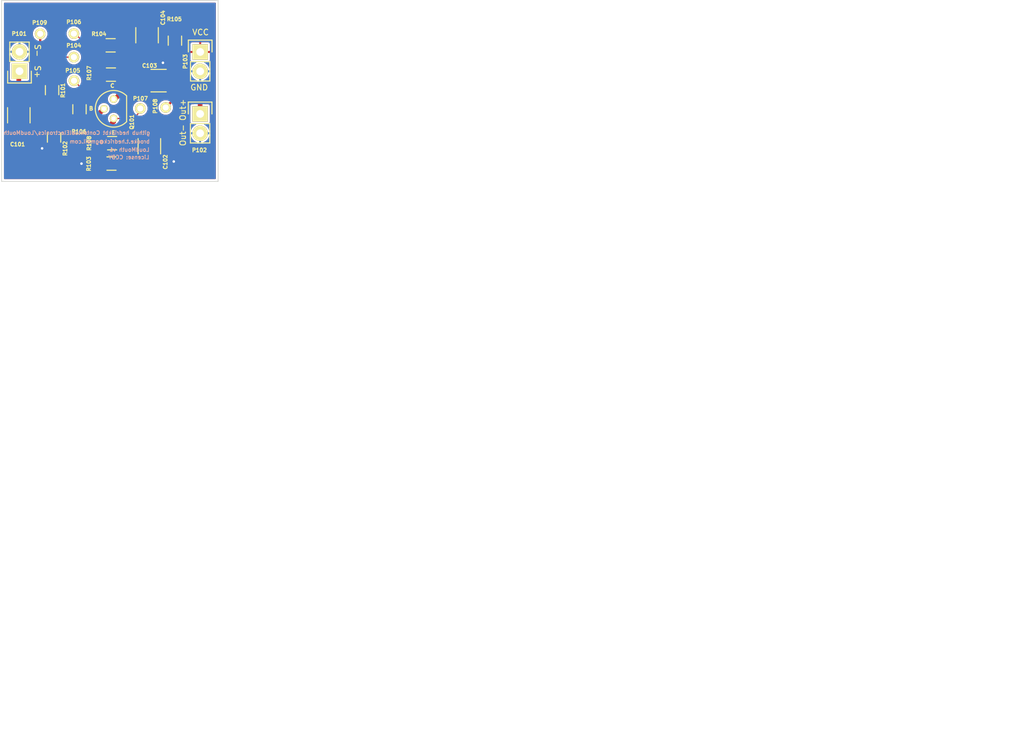
<source format=kicad_pcb>
(kicad_pcb (version 4) (host pcbnew 4.0.1-stable)

  (general
    (links 28)
    (no_connects 0)
    (area 137.768434 88.39 271.835714 194.26)
    (thickness 1.6)
    (drawings 18)
    (tracks 74)
    (zones 0)
    (modules 22)
    (nets 12)
  )

  (page A4)
  (layers
    (0 F.Cu signal)
    (31 B.Cu signal hide)
    (32 B.Adhes user)
    (33 F.Adhes user)
    (34 B.Paste user)
    (35 F.Paste user)
    (36 B.SilkS user)
    (37 F.SilkS user)
    (38 B.Mask user)
    (39 F.Mask user)
    (40 Dwgs.User user)
    (41 Cmts.User user)
    (42 Eco1.User user)
    (43 Eco2.User user)
    (44 Edge.Cuts user)
    (45 Margin user)
    (46 B.CrtYd user)
    (47 F.CrtYd user)
    (48 B.Fab user)
    (49 F.Fab user)
  )

  (setup
    (last_trace_width 0.1524)
    (user_trace_width 0.3048)
    (user_trace_width 0.6096)
    (trace_clearance 0.1524)
    (zone_clearance 0.254)
    (zone_45_only no)
    (trace_min 0.1524)
    (segment_width 0.2)
    (edge_width 0.1)
    (via_size 0.6858)
    (via_drill 0.3302)
    (via_min_size 0.6858)
    (via_min_drill 0.3302)
    (uvia_size 0.2794)
    (uvia_drill 0.0762)
    (uvias_allowed no)
    (uvia_min_size 0.2794)
    (uvia_min_drill 0.0762)
    (pcb_text_width 0.3)
    (pcb_text_size 1.5 1.5)
    (mod_edge_width 0.15)
    (mod_text_size 0.5 0.5)
    (mod_text_width 0.125)
    (pad_size 1.5 1.5)
    (pad_drill 0.6)
    (pad_to_mask_clearance 0)
    (aux_axis_origin 0 0)
    (grid_origin 112.37 65.39)
    (visible_elements 7FFEFFFF)
    (pcbplotparams
      (layerselection 0x010f0_80000001)
      (usegerberextensions true)
      (excludeedgelayer true)
      (linewidth 0.100000)
      (plotframeref false)
      (viasonmask true)
      (mode 1)
      (useauxorigin false)
      (hpglpennumber 1)
      (hpglpenspeed 20)
      (hpglpendiameter 15)
      (hpglpenoverlay 2)
      (psnegative false)
      (psa4output false)
      (plotreference true)
      (plotvalue false)
      (plotinvisibletext false)
      (padsonsilk false)
      (subtractmaskfromsilk false)
      (outputformat 1)
      (mirror false)
      (drillshape 0)
      (scaleselection 1)
      (outputdirectory ../gerber/v1/))
  )

  (net 0 "")
  (net 1 "Net-(C101-Pad1)")
  (net 2 /VIN)
  (net 3 GND)
  (net 4 "Net-(C102-Pad2)")
  (net 5 /VOUT)
  (net 6 "Net-(C103-Pad2)")
  (net 7 "Net-(C104-Pad2)")
  (net 8 /VCC)
  (net 9 "Net-(P107-Pad1)")
  (net 10 "Net-(Q101-Pad2)")
  (net 11 "Net-(Q101-Pad3)")

  (net_class Default "This is the default net class."
    (clearance 0.1524)
    (trace_width 0.1524)
    (via_dia 0.6858)
    (via_drill 0.3302)
    (uvia_dia 0.2794)
    (uvia_drill 0.0762)
    (add_net GND)
    (add_net "Net-(C101-Pad1)")
    (add_net "Net-(C102-Pad2)")
    (add_net "Net-(C103-Pad2)")
    (add_net "Net-(C104-Pad2)")
    (add_net "Net-(P107-Pad1)")
    (add_net "Net-(Q101-Pad2)")
    (add_net "Net-(Q101-Pad3)")
  )

  (net_class PWR ""
    (clearance 0.1524)
    (trace_width 0.6096)
    (via_dia 0.6858)
    (via_drill 0.3302)
    (uvia_dia 0.2794)
    (uvia_drill 0.0762)
    (add_net /VCC)
    (add_net /VIN)
    (add_net /VOUT)
  )

  (module Capacitors_SMD:C_1210_HandSoldering (layer F.Cu) (tedit 5601ED14) (tstamp 55FB4D97)
    (at 140.31 110.63 90)
    (descr "Capacitor SMD 1210, hand soldering")
    (tags "capacitor 1210")
    (path /55F618E7)
    (attr smd)
    (fp_text reference C101 (at -3.81 -0.16 180) (layer F.SilkS)
      (effects (font (size 0.5 0.5) (thickness 0.125)))
    )
    (fp_text value .82uf (at -0.07 -0.05 90) (layer F.Fab)
      (effects (font (size 0.5 0.5) (thickness 0.125)))
    )
    (fp_line (start -3.3 -1.6) (end 3.3 -1.6) (layer F.CrtYd) (width 0.05))
    (fp_line (start -3.3 1.6) (end 3.3 1.6) (layer F.CrtYd) (width 0.05))
    (fp_line (start -3.3 -1.6) (end -3.3 1.6) (layer F.CrtYd) (width 0.05))
    (fp_line (start 3.3 -1.6) (end 3.3 1.6) (layer F.CrtYd) (width 0.05))
    (fp_line (start 1 -1.475) (end -1 -1.475) (layer F.SilkS) (width 0.15))
    (fp_line (start -1 1.475) (end 1 1.475) (layer F.SilkS) (width 0.15))
    (pad 1 smd rect (at -2 0 90) (size 2 2.5) (layers F.Cu F.Paste F.Mask)
      (net 1 "Net-(C101-Pad1)"))
    (pad 2 smd rect (at 2 0 90) (size 2 2.5) (layers F.Cu F.Paste F.Mask)
      (net 2 /VIN))
    (model Capacitors_SMD.3dshapes/C_1210_HandSoldering.wrl
      (at (xyz 0 0 0))
      (scale (xyz 1 1 1))
      (rotate (xyz 0 0 0))
    )
  )

  (module Capacitors_SMD:C_1210_HandSoldering (layer F.Cu) (tedit 5601ED03) (tstamp 55FB4D9D)
    (at 157.41 114.69 90)
    (descr "Capacitor SMD 1210, hand soldering")
    (tags "capacitor 1210")
    (path /55F61E1D)
    (attr smd)
    (fp_text reference C102 (at -2.06 2.1 90) (layer F.SilkS)
      (effects (font (size 0.5 0.5) (thickness 0.125)))
    )
    (fp_text value .82uf (at -0.07 0.17 90) (layer F.Fab)
      (effects (font (size 0.5 0.5) (thickness 0.125)))
    )
    (fp_line (start -3.3 -1.6) (end 3.3 -1.6) (layer F.CrtYd) (width 0.05))
    (fp_line (start -3.3 1.6) (end 3.3 1.6) (layer F.CrtYd) (width 0.05))
    (fp_line (start -3.3 -1.6) (end -3.3 1.6) (layer F.CrtYd) (width 0.05))
    (fp_line (start 3.3 -1.6) (end 3.3 1.6) (layer F.CrtYd) (width 0.05))
    (fp_line (start 1 -1.475) (end -1 -1.475) (layer F.SilkS) (width 0.15))
    (fp_line (start -1 1.475) (end 1 1.475) (layer F.SilkS) (width 0.15))
    (pad 1 smd rect (at -2 0 90) (size 2 2.5) (layers F.Cu F.Paste F.Mask)
      (net 3 GND))
    (pad 2 smd rect (at 2 0 90) (size 2 2.5) (layers F.Cu F.Paste F.Mask)
      (net 4 "Net-(C102-Pad2)"))
    (model Capacitors_SMD.3dshapes/C_1210_HandSoldering.wrl
      (at (xyz 0 0 0))
      (scale (xyz 1 1 1))
      (rotate (xyz 0 0 0))
    )
  )

  (module Capacitors_SMD:C_1210_HandSoldering (layer F.Cu) (tedit 5601ED81) (tstamp 55FB4DA3)
    (at 158.62 106.09 180)
    (descr "Capacitor SMD 1210, hand soldering")
    (tags "capacitor 1210")
    (path /55F628EE)
    (attr smd)
    (fp_text reference C103 (at 1.18 1.96 180) (layer F.SilkS)
      (effects (font (size 0.5 0.5) (thickness 0.125)))
    )
    (fp_text value .82uf (at 0.09 0.03 180) (layer F.Fab)
      (effects (font (size 0.5 0.5) (thickness 0.125)))
    )
    (fp_line (start -3.3 -1.6) (end 3.3 -1.6) (layer F.CrtYd) (width 0.05))
    (fp_line (start -3.3 1.6) (end 3.3 1.6) (layer F.CrtYd) (width 0.05))
    (fp_line (start -3.3 -1.6) (end -3.3 1.6) (layer F.CrtYd) (width 0.05))
    (fp_line (start 3.3 -1.6) (end 3.3 1.6) (layer F.CrtYd) (width 0.05))
    (fp_line (start 1 -1.475) (end -1 -1.475) (layer F.SilkS) (width 0.15))
    (fp_line (start -1 1.475) (end 1 1.475) (layer F.SilkS) (width 0.15))
    (pad 1 smd rect (at -2 0 180) (size 2 2.5) (layers F.Cu F.Paste F.Mask)
      (net 5 /VOUT))
    (pad 2 smd rect (at 2 0 180) (size 2 2.5) (layers F.Cu F.Paste F.Mask)
      (net 6 "Net-(C103-Pad2)"))
    (model Capacitors_SMD.3dshapes/C_1210_HandSoldering.wrl
      (at (xyz 0 0 0))
      (scale (xyz 1 1 1))
      (rotate (xyz 0 0 0))
    )
  )

  (module Capacitors_SMD:C_1210_HandSoldering (layer F.Cu) (tedit 5601ED85) (tstamp 5601ED9F)
    (at 157.11 100.14 90)
    (descr "Capacitor SMD 1210, hand soldering")
    (tags "capacitor 1210")
    (path /55F62171)
    (attr smd)
    (fp_text reference C104 (at 2.3 2.08 90) (layer F.SilkS)
      (effects (font (size 0.5 0.5) (thickness 0.125)))
    )
    (fp_text value .82uf (at -0.16 -0.12 90) (layer F.Fab)
      (effects (font (size 0.5 0.5) (thickness 0.125)))
    )
    (fp_line (start -3.3 -1.6) (end 3.3 -1.6) (layer F.CrtYd) (width 0.05))
    (fp_line (start -3.3 1.6) (end 3.3 1.6) (layer F.CrtYd) (width 0.05))
    (fp_line (start -3.3 -1.6) (end -3.3 1.6) (layer F.CrtYd) (width 0.05))
    (fp_line (start 3.3 -1.6) (end 3.3 1.6) (layer F.CrtYd) (width 0.05))
    (fp_line (start 1 -1.475) (end -1 -1.475) (layer F.SilkS) (width 0.15))
    (fp_line (start -1 1.475) (end 1 1.475) (layer F.SilkS) (width 0.15))
    (pad 1 smd rect (at -2 0 90) (size 2 2.5) (layers F.Cu F.Paste F.Mask)
      (net 3 GND))
    (pad 2 smd rect (at 2 0 90) (size 2 2.5) (layers F.Cu F.Paste F.Mask)
      (net 7 "Net-(C104-Pad2)"))
    (model Capacitors_SMD.3dshapes/C_1210_HandSoldering.wrl
      (at (xyz 0 0 0))
      (scale (xyz 1 1 1))
      (rotate (xyz 0 0 0))
    )
  )

  (module Pin_Headers:Pin_Header_Straight_1x02 (layer F.Cu) (tedit 55FB8177) (tstamp 55FB4DAF)
    (at 140.4 104.85 180)
    (descr "Through hole pin header")
    (tags "pin header")
    (path /55F616FD)
    (fp_text reference P101 (at 0.04 4.91 180) (layer F.SilkS)
      (effects (font (size 0.5 0.5) (thickness 0.125)))
    )
    (fp_text value CONN_01X02 (at 0 -3.1 180) (layer F.Fab)
      (effects (font (size 0.5 0.5) (thickness 0.125)))
    )
    (fp_line (start 1.27 1.27) (end 1.27 3.81) (layer F.SilkS) (width 0.15))
    (fp_line (start 1.55 -1.55) (end 1.55 0) (layer F.SilkS) (width 0.15))
    (fp_line (start -1.75 -1.75) (end -1.75 4.3) (layer F.CrtYd) (width 0.05))
    (fp_line (start 1.75 -1.75) (end 1.75 4.3) (layer F.CrtYd) (width 0.05))
    (fp_line (start -1.75 -1.75) (end 1.75 -1.75) (layer F.CrtYd) (width 0.05))
    (fp_line (start -1.75 4.3) (end 1.75 4.3) (layer F.CrtYd) (width 0.05))
    (fp_line (start 1.27 1.27) (end -1.27 1.27) (layer F.SilkS) (width 0.15))
    (fp_line (start -1.55 0) (end -1.55 -1.55) (layer F.SilkS) (width 0.15))
    (fp_line (start -1.55 -1.55) (end 1.55 -1.55) (layer F.SilkS) (width 0.15))
    (fp_line (start -1.27 1.27) (end -1.27 3.81) (layer F.SilkS) (width 0.15))
    (fp_line (start -1.27 3.81) (end 1.27 3.81) (layer F.SilkS) (width 0.15))
    (pad 1 thru_hole rect (at 0 0 180) (size 2.032 2.032) (drill 1.016) (layers *.Cu *.Mask F.SilkS)
      (net 2 /VIN))
    (pad 2 thru_hole oval (at 0 2.54 180) (size 2.032 2.032) (drill 1.016) (layers *.Cu *.Mask F.SilkS)
      (net 3 GND))
    (model Pin_Headers.3dshapes/Pin_Header_Straight_1x02.wrl
      (at (xyz 0 -0.05 0))
      (scale (xyz 1 1 1))
      (rotate (xyz 0 0 90))
    )
  )

  (module Pin_Headers:Pin_Header_Straight_1x02 (layer F.Cu) (tedit 5601EDB4) (tstamp 55FB4DB5)
    (at 164.06 110.45)
    (descr "Through hole pin header")
    (tags "pin header")
    (path /55F61F40)
    (fp_text reference P102 (at -0.09 4.75) (layer F.SilkS)
      (effects (font (size 0.5 0.5) (thickness 0.125)))
    )
    (fp_text value CONN_01X02 (at 1.71 1.67 90) (layer F.Fab)
      (effects (font (size 0.5 0.5) (thickness 0.125)))
    )
    (fp_line (start 1.27 1.27) (end 1.27 3.81) (layer F.SilkS) (width 0.15))
    (fp_line (start 1.55 -1.55) (end 1.55 0) (layer F.SilkS) (width 0.15))
    (fp_line (start -1.75 -1.75) (end -1.75 4.3) (layer F.CrtYd) (width 0.05))
    (fp_line (start 1.75 -1.75) (end 1.75 4.3) (layer F.CrtYd) (width 0.05))
    (fp_line (start -1.75 -1.75) (end 1.75 -1.75) (layer F.CrtYd) (width 0.05))
    (fp_line (start -1.75 4.3) (end 1.75 4.3) (layer F.CrtYd) (width 0.05))
    (fp_line (start 1.27 1.27) (end -1.27 1.27) (layer F.SilkS) (width 0.15))
    (fp_line (start -1.55 0) (end -1.55 -1.55) (layer F.SilkS) (width 0.15))
    (fp_line (start -1.55 -1.55) (end 1.55 -1.55) (layer F.SilkS) (width 0.15))
    (fp_line (start -1.27 1.27) (end -1.27 3.81) (layer F.SilkS) (width 0.15))
    (fp_line (start -1.27 3.81) (end 1.27 3.81) (layer F.SilkS) (width 0.15))
    (pad 1 thru_hole rect (at 0 0) (size 2.032 2.032) (drill 1.016) (layers *.Cu *.Mask F.SilkS)
      (net 5 /VOUT))
    (pad 2 thru_hole oval (at 0 2.54) (size 2.032 2.032) (drill 1.016) (layers *.Cu *.Mask F.SilkS)
      (net 3 GND))
    (model Pin_Headers.3dshapes/Pin_Header_Straight_1x02.wrl
      (at (xyz 0 -0.05 0))
      (scale (xyz 1 1 1))
      (rotate (xyz 0 0 90))
    )
  )

  (module Pin_Headers:Pin_Header_Straight_1x02 (layer F.Cu) (tedit 5601EDAB) (tstamp 55FB4DBB)
    (at 164.07 102.33)
    (descr "Through hole pin header")
    (tags "pin header")
    (path /55F623DC)
    (fp_text reference P103 (at -1.95 1.26 90) (layer F.SilkS)
      (effects (font (size 0.5 0.5) (thickness 0.125)))
    )
    (fp_text value CONN_01X02 (at 1.7 1.45 90) (layer F.Fab)
      (effects (font (size 0.5 0.5) (thickness 0.125)))
    )
    (fp_line (start 1.27 1.27) (end 1.27 3.81) (layer F.SilkS) (width 0.15))
    (fp_line (start 1.55 -1.55) (end 1.55 0) (layer F.SilkS) (width 0.15))
    (fp_line (start -1.75 -1.75) (end -1.75 4.3) (layer F.CrtYd) (width 0.05))
    (fp_line (start 1.75 -1.75) (end 1.75 4.3) (layer F.CrtYd) (width 0.05))
    (fp_line (start -1.75 -1.75) (end 1.75 -1.75) (layer F.CrtYd) (width 0.05))
    (fp_line (start -1.75 4.3) (end 1.75 4.3) (layer F.CrtYd) (width 0.05))
    (fp_line (start 1.27 1.27) (end -1.27 1.27) (layer F.SilkS) (width 0.15))
    (fp_line (start -1.55 0) (end -1.55 -1.55) (layer F.SilkS) (width 0.15))
    (fp_line (start -1.55 -1.55) (end 1.55 -1.55) (layer F.SilkS) (width 0.15))
    (fp_line (start -1.27 1.27) (end -1.27 3.81) (layer F.SilkS) (width 0.15))
    (fp_line (start -1.27 3.81) (end 1.27 3.81) (layer F.SilkS) (width 0.15))
    (pad 1 thru_hole rect (at 0 0) (size 2.032 2.032) (drill 1.016) (layers *.Cu *.Mask F.SilkS)
      (net 8 /VCC))
    (pad 2 thru_hole oval (at 0 2.54) (size 2.032 2.032) (drill 1.016) (layers *.Cu *.Mask F.SilkS)
      (net 3 GND))
    (model Pin_Headers.3dshapes/Pin_Header_Straight_1x02.wrl
      (at (xyz 0 -0.05 0))
      (scale (xyz 1 1 1))
      (rotate (xyz 0 0 90))
    )
  )

  (module pcb:TESTPOINT_1 (layer F.Cu) (tedit 5562453A) (tstamp 55FB4DC0)
    (at 147.52 103.01)
    (descr "Connecteurs 2 pins")
    (tags "CONN DEV")
    (path /55F8CA0C)
    (fp_text reference P104 (at 0 -1.524) (layer F.SilkS)
      (effects (font (size 0.5 0.5) (thickness 0.125)))
    )
    (fp_text value "TP RES" (at 0.127 1.524) (layer F.Fab)
      (effects (font (size 0.5 0.5) (thickness 0.125)))
    )
    (pad 1 thru_hole circle (at 0 0) (size 1.397 1.397) (drill 0.8128) (layers *.Cu *.Mask F.SilkS)
      (net 7 "Net-(C104-Pad2)"))
    (model Connect.3dshapes/TESTPOINT.wrl
      (at (xyz 0 0 0))
      (scale (xyz 1 1 1))
      (rotate (xyz 0 0 0))
    )
  )

  (module pcb:TESTPOINT_1 (layer F.Cu) (tedit 55FB7E7E) (tstamp 55FB4DC5)
    (at 147.54 106.1)
    (descr "Connecteurs 2 pins")
    (tags "CONN DEV")
    (path /55F8C620)
    (fp_text reference P105 (at -0.16 -1.33) (layer F.SilkS)
      (effects (font (size 0.5 0.5) (thickness 0.125)))
    )
    (fp_text value "TP BAS" (at 0.127 1.524) (layer F.Fab)
      (effects (font (size 0.5 0.5) (thickness 0.125)))
    )
    (pad 1 thru_hole circle (at 0 0) (size 1.397 1.397) (drill 0.8128) (layers *.Cu *.Mask F.SilkS)
      (net 1 "Net-(C101-Pad1)"))
    (model Connect.3dshapes/TESTPOINT.wrl
      (at (xyz 0 0 0))
      (scale (xyz 1 1 1))
      (rotate (xyz 0 0 0))
    )
  )

  (module pcb:TESTPOINT_1 (layer F.Cu) (tedit 5562453A) (tstamp 55FB4DCA)
    (at 147.52 99.93)
    (descr "Connecteurs 2 pins")
    (tags "CONN DEV")
    (path /55F8C8BC)
    (fp_text reference P106 (at 0 -1.524) (layer F.SilkS)
      (effects (font (size 0.5 0.5) (thickness 0.125)))
    )
    (fp_text value "TP COLL" (at 0.127 1.524) (layer F.Fab)
      (effects (font (size 0.5 0.5) (thickness 0.125)))
    )
    (pad 1 thru_hole circle (at 0 0) (size 1.397 1.397) (drill 0.8128) (layers *.Cu *.Mask F.SilkS)
      (net 6 "Net-(C103-Pad2)"))
    (model Connect.3dshapes/TESTPOINT.wrl
      (at (xyz 0 0 0))
      (scale (xyz 1 1 1))
      (rotate (xyz 0 0 0))
    )
  )

  (module pcb:TESTPOINT_1 (layer F.Cu) (tedit 55FB836D) (tstamp 55FB4DCF)
    (at 156.22 109.74)
    (descr "Connecteurs 2 pins")
    (tags "CONN DEV")
    (path /55F8C819)
    (fp_text reference P107 (at 0.02 -1.31) (layer F.SilkS)
      (effects (font (size 0.5 0.5) (thickness 0.125)))
    )
    (fp_text value "TP EM" (at 0.127 1.524) (layer F.Fab)
      (effects (font (size 0.5 0.5) (thickness 0.125)))
    )
    (pad 1 thru_hole circle (at 0 0) (size 1.397 1.397) (drill 0.8128) (layers *.Cu *.Mask F.SilkS)
      (net 9 "Net-(P107-Pad1)"))
    (model Connect.3dshapes/TESTPOINT.wrl
      (at (xyz 0 0 0))
      (scale (xyz 1 1 1))
      (rotate (xyz 0 0 0))
    )
  )

  (module pcb:TESTPOINT_1 (layer F.Cu) (tedit 55FB8253) (tstamp 55FB4DD4)
    (at 159.55 109.61)
    (descr "Connecteurs 2 pins")
    (tags "CONN DEV")
    (path /55F8D992)
    (fp_text reference P108 (at -1.37 -0.17 90) (layer F.SilkS)
      (effects (font (size 0.5 0.5) (thickness 0.125)))
    )
    (fp_text value "TP AMPDN" (at 0.127 1.524) (layer F.Fab)
      (effects (font (size 0.5 0.5) (thickness 0.125)))
    )
    (pad 1 thru_hole circle (at 0 0) (size 1.397 1.397) (drill 0.8128) (layers *.Cu *.Mask F.SilkS)
      (net 5 /VOUT))
    (model Connect.3dshapes/TESTPOINT.wrl
      (at (xyz 0 0 0))
      (scale (xyz 1 1 1))
      (rotate (xyz 0 0 0))
    )
  )

  (module Housings_TO-92:TO-92_Molded_Narrow (layer F.Cu) (tedit 5601ED2B) (tstamp 55FB4DDB)
    (at 152.73 111.05 90)
    (descr "TO-92 leads molded, narrow, drill 0.6mm (see NXP sot054_po.pdf)")
    (tags "to-92 sc-43 sc-43a sot54 PA33 transistor")
    (path /55F61C9F)
    (fp_text reference Q101 (at -0.46 2.39 90) (layer F.SilkS)
      (effects (font (size 0.5 0.5) (thickness 0.125)))
    )
    (fp_text value NPN (at 1.26 1.36 90) (layer F.Fab)
      (effects (font (size 0.5 0.5) (thickness 0.125)))
    )
    (fp_line (start -1.4 1.95) (end -1.4 -2.65) (layer F.CrtYd) (width 0.05))
    (fp_line (start -1.4 1.95) (end 3.9 1.95) (layer F.CrtYd) (width 0.05))
    (fp_line (start -0.43 1.7) (end 2.97 1.7) (layer F.SilkS) (width 0.15))
    (fp_arc (start 1.27 0) (end 1.27 -2.4) (angle -135) (layer F.SilkS) (width 0.15))
    (fp_arc (start 1.27 0) (end 1.27 -2.4) (angle 135) (layer F.SilkS) (width 0.15))
    (fp_line (start -1.4 -2.65) (end 3.9 -2.65) (layer F.CrtYd) (width 0.05))
    (fp_line (start 3.9 1.95) (end 3.9 -2.65) (layer F.CrtYd) (width 0.05))
    (pad 2 thru_hole circle (at 1.27 -1.27 180) (size 1.00076 1.00076) (drill 0.6) (layers *.Cu *.Mask F.SilkS)
      (net 10 "Net-(Q101-Pad2)"))
    (pad 3 thru_hole circle (at 2.54 0 180) (size 1.00076 1.00076) (drill 0.6) (layers *.Cu *.Mask F.SilkS)
      (net 11 "Net-(Q101-Pad3)"))
    (pad 1 thru_hole circle (at 0 0 180) (size 1.00076 1.00076) (drill 0.6) (layers *.Cu *.Mask F.SilkS)
      (net 9 "Net-(P107-Pad1)"))
    (model Housings_TO-92.3dshapes/TO-92_Molded_Narrow.wrl
      (at (xyz 0.05 0 0))
      (scale (xyz 1 1 1))
      (rotate (xyz 0 0 -90))
    )
  )

  (module Resistors_SMD:R_0805_HandSoldering (layer F.Cu) (tedit 5601ED19) (tstamp 55FB4DE1)
    (at 144.67 107.34 270)
    (descr "Resistor SMD 0805, hand soldering")
    (tags "resistor 0805")
    (path /55F619B3)
    (attr smd)
    (fp_text reference R101 (at 0.03 -1.42 270) (layer F.SilkS)
      (effects (font (size 0.5 0.5) (thickness 0.125)))
    )
    (fp_text value 82k (at 0.03 0 270) (layer F.Fab)
      (effects (font (size 0.5 0.5) (thickness 0.125)))
    )
    (fp_line (start -2.4 -1) (end 2.4 -1) (layer F.CrtYd) (width 0.05))
    (fp_line (start -2.4 1) (end 2.4 1) (layer F.CrtYd) (width 0.05))
    (fp_line (start -2.4 -1) (end -2.4 1) (layer F.CrtYd) (width 0.05))
    (fp_line (start 2.4 -1) (end 2.4 1) (layer F.CrtYd) (width 0.05))
    (fp_line (start 0.6 0.875) (end -0.6 0.875) (layer F.SilkS) (width 0.15))
    (fp_line (start -0.6 -0.875) (end 0.6 -0.875) (layer F.SilkS) (width 0.15))
    (pad 1 smd rect (at -1.35 0 270) (size 1.5 1.3) (layers F.Cu F.Paste F.Mask)
      (net 7 "Net-(C104-Pad2)"))
    (pad 2 smd rect (at 1.35 0 270) (size 1.5 1.3) (layers F.Cu F.Paste F.Mask)
      (net 1 "Net-(C101-Pad1)"))
    (model Resistors_SMD.3dshapes/R_0805_HandSoldering.wrl
      (at (xyz 0 0 0))
      (scale (xyz 1 1 1))
      (rotate (xyz 0 0 0))
    )
  )

  (module Resistors_SMD:R_0805_HandSoldering (layer F.Cu) (tedit 5601ED10) (tstamp 55FB4DE7)
    (at 144.93 113.56 270)
    (descr "Resistor SMD 0805, hand soldering")
    (tags "resistor 0805")
    (path /55F61A33)
    (attr smd)
    (fp_text reference R102 (at 1.43 -1.45 270) (layer F.SilkS)
      (effects (font (size 0.5 0.5) (thickness 0.125)))
    )
    (fp_text value 39k (at 0.02 -0.02 270) (layer F.Fab)
      (effects (font (size 0.5 0.5) (thickness 0.125)))
    )
    (fp_line (start -2.4 -1) (end 2.4 -1) (layer F.CrtYd) (width 0.05))
    (fp_line (start -2.4 1) (end 2.4 1) (layer F.CrtYd) (width 0.05))
    (fp_line (start -2.4 -1) (end -2.4 1) (layer F.CrtYd) (width 0.05))
    (fp_line (start 2.4 -1) (end 2.4 1) (layer F.CrtYd) (width 0.05))
    (fp_line (start 0.6 0.875) (end -0.6 0.875) (layer F.SilkS) (width 0.15))
    (fp_line (start -0.6 -0.875) (end 0.6 -0.875) (layer F.SilkS) (width 0.15))
    (pad 1 smd rect (at -1.35 0 270) (size 1.5 1.3) (layers F.Cu F.Paste F.Mask)
      (net 1 "Net-(C101-Pad1)"))
    (pad 2 smd rect (at 1.35 0 270) (size 1.5 1.3) (layers F.Cu F.Paste F.Mask)
      (net 3 GND))
    (model Resistors_SMD.3dshapes/R_0805_HandSoldering.wrl
      (at (xyz 0 0 0))
      (scale (xyz 1 1 1))
      (rotate (xyz 0 0 0))
    )
  )

  (module Resistors_SMD:R_0805_HandSoldering (layer F.Cu) (tedit 5601ED06) (tstamp 55FB4DED)
    (at 152.45 116.96 180)
    (descr "Resistor SMD 0805, hand soldering")
    (tags "resistor 0805")
    (path /55F61B02)
    (attr smd)
    (fp_text reference R103 (at 2.97 -0.04 270) (layer F.SilkS)
      (effects (font (size 0.5 0.5) (thickness 0.125)))
    )
    (fp_text value 4.7k (at -0.03 2.66 180) (layer F.Fab)
      (effects (font (size 0.5 0.5) (thickness 0.125)))
    )
    (fp_line (start -2.4 -1) (end 2.4 -1) (layer F.CrtYd) (width 0.05))
    (fp_line (start -2.4 1) (end 2.4 1) (layer F.CrtYd) (width 0.05))
    (fp_line (start -2.4 -1) (end -2.4 1) (layer F.CrtYd) (width 0.05))
    (fp_line (start 2.4 -1) (end 2.4 1) (layer F.CrtYd) (width 0.05))
    (fp_line (start 0.6 0.875) (end -0.6 0.875) (layer F.SilkS) (width 0.15))
    (fp_line (start -0.6 -0.875) (end 0.6 -0.875) (layer F.SilkS) (width 0.15))
    (pad 1 smd rect (at -1.35 0 180) (size 1.5 1.3) (layers F.Cu F.Paste F.Mask)
      (net 4 "Net-(C102-Pad2)"))
    (pad 2 smd rect (at 1.35 0 180) (size 1.5 1.3) (layers F.Cu F.Paste F.Mask)
      (net 3 GND))
    (model Resistors_SMD.3dshapes/R_0805_HandSoldering.wrl
      (at (xyz 0 0 0))
      (scale (xyz 1 1 1))
      (rotate (xyz 0 0 0))
    )
  )

  (module Resistors_SMD:R_0805_HandSoldering (layer F.Cu) (tedit 5601ECFC) (tstamp 55FB4DF3)
    (at 152.34 101.46 180)
    (descr "Resistor SMD 0805, hand soldering")
    (tags "resistor 0805")
    (path /55F61A9F)
    (attr smd)
    (fp_text reference R104 (at 1.53 1.49 180) (layer F.SilkS)
      (effects (font (size 0.5 0.5) (thickness 0.125)))
    )
    (fp_text value 6.8k (at 0.13 0.04 180) (layer F.Fab)
      (effects (font (size 0.5 0.5) (thickness 0.125)))
    )
    (fp_line (start -2.4 -1) (end 2.4 -1) (layer F.CrtYd) (width 0.05))
    (fp_line (start -2.4 1) (end 2.4 1) (layer F.CrtYd) (width 0.05))
    (fp_line (start -2.4 -1) (end -2.4 1) (layer F.CrtYd) (width 0.05))
    (fp_line (start 2.4 -1) (end 2.4 1) (layer F.CrtYd) (width 0.05))
    (fp_line (start 0.6 0.875) (end -0.6 0.875) (layer F.SilkS) (width 0.15))
    (fp_line (start -0.6 -0.875) (end 0.6 -0.875) (layer F.SilkS) (width 0.15))
    (pad 1 smd rect (at -1.35 0 180) (size 1.5 1.3) (layers F.Cu F.Paste F.Mask)
      (net 7 "Net-(C104-Pad2)"))
    (pad 2 smd rect (at 1.35 0 180) (size 1.5 1.3) (layers F.Cu F.Paste F.Mask)
      (net 6 "Net-(C103-Pad2)"))
    (model Resistors_SMD.3dshapes/R_0805_HandSoldering.wrl
      (at (xyz 0 0 0))
      (scale (xyz 1 1 1))
      (rotate (xyz 0 0 0))
    )
  )

  (module Resistors_SMD:R_0805_HandSoldering (layer F.Cu) (tedit 5601ED95) (tstamp 55FB4DF9)
    (at 160.76 100.85 90)
    (descr "Resistor SMD 0805, hand soldering")
    (tags "resistor 0805")
    (path /55F6231B)
    (attr smd)
    (fp_text reference R105 (at 2.82 -0.08 180) (layer F.SilkS)
      (effects (font (size 0.5 0.5) (thickness 0.125)))
    )
    (fp_text value 33 (at 0.04 0.01 90) (layer F.Fab)
      (effects (font (size 0.5 0.5) (thickness 0.125)))
    )
    (fp_line (start -2.4 -1) (end 2.4 -1) (layer F.CrtYd) (width 0.05))
    (fp_line (start -2.4 1) (end 2.4 1) (layer F.CrtYd) (width 0.05))
    (fp_line (start -2.4 -1) (end -2.4 1) (layer F.CrtYd) (width 0.05))
    (fp_line (start 2.4 -1) (end 2.4 1) (layer F.CrtYd) (width 0.05))
    (fp_line (start 0.6 0.875) (end -0.6 0.875) (layer F.SilkS) (width 0.15))
    (fp_line (start -0.6 -0.875) (end 0.6 -0.875) (layer F.SilkS) (width 0.15))
    (pad 1 smd rect (at -1.35 0 90) (size 1.5 1.3) (layers F.Cu F.Paste F.Mask)
      (net 8 /VCC))
    (pad 2 smd rect (at 1.35 0 90) (size 1.5 1.3) (layers F.Cu F.Paste F.Mask)
      (net 7 "Net-(C104-Pad2)"))
    (model Resistors_SMD.3dshapes/R_0805_HandSoldering.wrl
      (at (xyz 0 0 0))
      (scale (xyz 1 1 1))
      (rotate (xyz 0 0 0))
    )
  )

  (module Resistors_SMD:R_0805_HandSoldering (layer F.Cu) (tedit 5601EDE2) (tstamp 55FB4DFF)
    (at 148.26 109.84 90)
    (descr "Resistor SMD 0805, hand soldering")
    (tags "resistor 0805")
    (path /55F8CE71)
    (attr smd)
    (fp_text reference R106 (at -2.94 -0.06 180) (layer F.SilkS)
      (effects (font (size 0.5 0.5) (thickness 0.125)))
    )
    (fp_text value 0 (at 0.04 0.03 90) (layer F.Fab)
      (effects (font (size 0.5 0.5) (thickness 0.125)))
    )
    (fp_line (start -2.4 -1) (end 2.4 -1) (layer F.CrtYd) (width 0.05))
    (fp_line (start -2.4 1) (end 2.4 1) (layer F.CrtYd) (width 0.05))
    (fp_line (start -2.4 -1) (end -2.4 1) (layer F.CrtYd) (width 0.05))
    (fp_line (start 2.4 -1) (end 2.4 1) (layer F.CrtYd) (width 0.05))
    (fp_line (start 0.6 0.875) (end -0.6 0.875) (layer F.SilkS) (width 0.15))
    (fp_line (start -0.6 -0.875) (end 0.6 -0.875) (layer F.SilkS) (width 0.15))
    (pad 1 smd rect (at -1.35 0 90) (size 1.5 1.3) (layers F.Cu F.Paste F.Mask)
      (net 10 "Net-(Q101-Pad2)"))
    (pad 2 smd rect (at 1.35 0 90) (size 1.5 1.3) (layers F.Cu F.Paste F.Mask)
      (net 1 "Net-(C101-Pad1)"))
    (model Resistors_SMD.3dshapes/R_0805_HandSoldering.wrl
      (at (xyz 0 0 0))
      (scale (xyz 1 1 1))
      (rotate (xyz 0 0 0))
    )
  )

  (module Resistors_SMD:R_0805_HandSoldering (layer F.Cu) (tedit 5601EDD4) (tstamp 55FB4E05)
    (at 152.38 105.3)
    (descr "Resistor SMD 0805, hand soldering")
    (tags "resistor 0805")
    (path /55F8D5BA)
    (attr smd)
    (fp_text reference R107 (at -2.86 -0.19 90) (layer F.SilkS)
      (effects (font (size 0.5 0.5) (thickness 0.125)))
    )
    (fp_text value 0 (at -0.06 0) (layer F.Fab)
      (effects (font (size 0.5 0.5) (thickness 0.125)))
    )
    (fp_line (start -2.4 -1) (end 2.4 -1) (layer F.CrtYd) (width 0.05))
    (fp_line (start -2.4 1) (end 2.4 1) (layer F.CrtYd) (width 0.05))
    (fp_line (start -2.4 -1) (end -2.4 1) (layer F.CrtYd) (width 0.05))
    (fp_line (start 2.4 -1) (end 2.4 1) (layer F.CrtYd) (width 0.05))
    (fp_line (start 0.6 0.875) (end -0.6 0.875) (layer F.SilkS) (width 0.15))
    (fp_line (start -0.6 -0.875) (end 0.6 -0.875) (layer F.SilkS) (width 0.15))
    (pad 1 smd rect (at -1.35 0) (size 1.5 1.3) (layers F.Cu F.Paste F.Mask)
      (net 6 "Net-(C103-Pad2)"))
    (pad 2 smd rect (at 1.35 0) (size 1.5 1.3) (layers F.Cu F.Paste F.Mask)
      (net 11 "Net-(Q101-Pad3)"))
    (model Resistors_SMD.3dshapes/R_0805_HandSoldering.wrl
      (at (xyz 0 0 0))
      (scale (xyz 1 1 1))
      (rotate (xyz 0 0 0))
    )
  )

  (module Resistors_SMD:R_0805_HandSoldering (layer F.Cu) (tedit 5601ED09) (tstamp 55FB4E0B)
    (at 152.53 114.29)
    (descr "Resistor SMD 0805, hand soldering")
    (tags "resistor 0805")
    (path /55F8D084)
    (attr smd)
    (fp_text reference R108 (at -3.01 0.01 90) (layer F.SilkS)
      (effects (font (size 0.5 0.5) (thickness 0.125)))
    )
    (fp_text value 0 (at -0.21 2.75) (layer F.Fab)
      (effects (font (size 0.5 0.5) (thickness 0.125)))
    )
    (fp_line (start -2.4 -1) (end 2.4 -1) (layer F.CrtYd) (width 0.05))
    (fp_line (start -2.4 1) (end 2.4 1) (layer F.CrtYd) (width 0.05))
    (fp_line (start -2.4 -1) (end -2.4 1) (layer F.CrtYd) (width 0.05))
    (fp_line (start 2.4 -1) (end 2.4 1) (layer F.CrtYd) (width 0.05))
    (fp_line (start 0.6 0.875) (end -0.6 0.875) (layer F.SilkS) (width 0.15))
    (fp_line (start -0.6 -0.875) (end 0.6 -0.875) (layer F.SilkS) (width 0.15))
    (pad 1 smd rect (at -1.35 0) (size 1.5 1.3) (layers F.Cu F.Paste F.Mask)
      (net 9 "Net-(P107-Pad1)"))
    (pad 2 smd rect (at 1.35 0) (size 1.5 1.3) (layers F.Cu F.Paste F.Mask)
      (net 4 "Net-(C102-Pad2)"))
    (model Resistors_SMD.3dshapes/R_0805_HandSoldering.wrl
      (at (xyz 0 0 0))
      (scale (xyz 1 1 1))
      (rotate (xyz 0 0 0))
    )
  )

  (module pcb:TESTPOINT_1 (layer F.Cu) (tedit 5601E864) (tstamp 5601E7F5)
    (at 143.11 99.95)
    (descr "Connecteurs 2 pins")
    (tags "CONN DEV")
    (path /5601E8DF)
    (fp_text reference P109 (at -0.07 -1.45) (layer F.SilkS)
      (effects (font (size 0.5 0.5) (thickness 0.125)))
    )
    (fp_text value "TP INP" (at 0.127 1.524) (layer F.Fab)
      (effects (font (size 0.5 0.5) (thickness 0.125)))
    )
    (pad 1 thru_hole circle (at 0 0) (size 1.397 1.397) (drill 0.8128) (layers *.Cu *.Mask F.SilkS)
      (net 2 /VIN))
    (model Connect.3dshapes/TESTPOINT.wrl
      (at (xyz 0 0 0))
      (scale (xyz 1 1 1))
      (rotate (xyz 0 0 0))
    )
  )

  (gr_text C (at 152.56 106.76) (layer F.SilkS)
    (effects (font (size 0.5 0.5) (thickness 0.125)))
  )
  (gr_text E (at 152.7 112.93) (layer F.SilkS)
    (effects (font (size 0.5 0.5) (thickness 0.125)))
  )
  (gr_text B (at 149.78 109.74) (layer F.SilkS)
    (effects (font (size 0.5 0.5) (thickness 0.125)))
  )
  (gr_text "License: CCBY" (at 154.72 116.13) (layer B.SilkS)
    (effects (font (size 0.5 0.5) (thickness 0.1)) (justify mirror))
  )
  (gr_text "LoudMouth v1" (at 154.8 115.14) (layer B.SilkS)
    (effects (font (size 0.5 0.5) (thickness 0.1)) (justify mirror))
  )
  (gr_text brooke.t.hedrick@gmail.com (at 152.21 114.07) (layer B.SilkS)
    (effects (font (size 0.5 0.5) (thickness 0.1)) (justify mirror))
  )
  (gr_text "github hedrickbt ContextualElectronics/LoudMouth" (at 147.91 112.93) (layer B.SilkS)
    (effects (font (size 0.5 0.5) (thickness 0.1)) (justify mirror))
  )
  (gr_line (start 166.42 95.57) (end 138.06 95.57) (angle 90) (layer Edge.Cuts) (width 0.1))
  (gr_line (start 166.42 119.3) (end 166.42 95.57) (angle 90) (layer Edge.Cuts) (width 0.1))
  (gr_line (start 138.06 119.3) (end 166.42 119.3) (angle 90) (layer Edge.Cuts) (width 0.1))
  (gr_line (start 138.06 95.57) (end 138.06 119.3) (angle 90) (layer Edge.Cuts) (width 0.1))
  (gr_text GND (at 163.94 106.98) (layer F.SilkS)
    (effects (font (size 0.75 0.75) (thickness 0.125)))
  )
  (gr_text VCC (at 164.12 99.75) (layer F.SilkS)
    (effects (font (size 0.75 0.75) (thickness 0.125)))
  )
  (gr_text Out- (at 161.81 113.24 90) (layer F.SilkS)
    (effects (font (size 0.75 0.75) (thickness 0.125)))
  )
  (gr_text Out+ (at 161.8 109.92 90) (layer F.SilkS)
    (effects (font (size 0.75 0.75) (thickness 0.125)))
  )
  (gr_text S+ (at 142.76 104.93 270) (layer F.SilkS)
    (effects (font (size 0.75 0.75) (thickness 0.125)))
  )
  (gr_text S- (at 142.76 102.15 270) (layer F.SilkS)
    (effects (font (size 0.75 0.75) (thickness 0.125)))
  )
  (gr_text v1 (at 270.4 193.06) (layer B.Fab)
    (effects (font (size 1.5 1.5) (thickness 0.3)))
  )

  (segment (start 148.26 108.49) (end 148.26 106.82) (width 0.1524) (layer F.Cu) (net 1))
  (segment (start 148.26 106.82) (end 147.54 106.1) (width 0.1524) (layer F.Cu) (net 1) (tstamp 55FB7E8E))
  (segment (start 148.26 108.49) (end 147.81 108.49) (width 0.6096) (layer F.Cu) (net 1))
  (segment (start 147.81 108.49) (end 145.96 110.34) (width 0.6096) (layer F.Cu) (net 1) (tstamp 55FB7E83))
  (segment (start 145.96 110.34) (end 144.67 110.34) (width 0.6096) (layer F.Cu) (net 1) (tstamp 55FB7E84))
  (segment (start 144.93 112.21) (end 144.93 111.04) (width 0.6096) (layer F.Cu) (net 1))
  (segment (start 144.93 111.04) (end 144.45 110.56) (width 0.6096) (layer F.Cu) (net 1) (tstamp 55FB7DE5))
  (segment (start 140.31 112.63) (end 140.7 112.63) (width 0.6096) (layer F.Cu) (net 1))
  (segment (start 140.7 112.63) (end 142.77 110.56) (width 0.6096) (layer F.Cu) (net 1) (tstamp 55FB7DDC))
  (segment (start 142.77 110.56) (end 144.45 110.56) (width 0.6096) (layer F.Cu) (net 1) (tstamp 55FB7DDD))
  (segment (start 144.45 110.56) (end 144.67 110.34) (width 0.6096) (layer F.Cu) (net 1) (tstamp 55FB7DDE))
  (segment (start 144.67 110.34) (end 144.67 108.69) (width 0.6096) (layer F.Cu) (net 1) (tstamp 55FB7DDF))
  (segment (start 143.11 99.95) (end 143.11 106.09) (width 0.3048) (layer F.Cu) (net 2))
  (segment (start 142.41 106.79) (end 140.31 106.79) (width 0.3048) (layer F.Cu) (net 2) (tstamp 5601E8E6))
  (segment (start 143.11 106.09) (end 142.41 106.79) (width 0.3048) (layer F.Cu) (net 2) (tstamp 5601E8E2))
  (segment (start 140.31 108.63) (end 140.31 106.79) (width 0.6096) (layer F.Cu) (net 2))
  (segment (start 140.31 106.79) (end 140.31 104.94) (width 0.6096) (layer F.Cu) (net 2) (tstamp 5601E8EB))
  (segment (start 140.31 104.94) (end 140.4 104.85) (width 0.6096) (layer F.Cu) (net 2) (tstamp 55FB7DD9))
  (segment (start 143.42 114.91) (end 143.36 114.97) (width 0.6096) (layer F.Cu) (net 3) (tstamp 55FB8468))
  (via (at 143.36 114.97) (size 0.6858) (layers F.Cu B.Cu) (net 3))
  (segment (start 144.93 114.91) (end 143.42 114.91) (width 0.6096) (layer F.Cu) (net 3))
  (via (at 160.61 116.69) (size 0.6858) (layers F.Cu B.Cu) (net 3))
  (segment (start 157.41 116.69) (end 160.61 116.69) (width 0.6096) (layer F.Cu) (net 3))
  (segment (start 148.53 116.96) (end 148.52 116.97) (width 0.6096) (layer F.Cu) (net 3) (tstamp 55FB84D2))
  (via (at 148.52 116.97) (size 0.6858) (layers F.Cu B.Cu) (net 3))
  (segment (start 151.1 116.96) (end 148.53 116.96) (width 0.6096) (layer F.Cu) (net 3))
  (via (at 159.19 103.75) (size 0.6858) (layers F.Cu B.Cu) (net 3))
  (segment (start 157.58 102.14) (end 159.19 103.75) (width 0.6096) (layer F.Cu) (net 3) (tstamp 55FB84E9))
  (segment (start 157.11 102.14) (end 157.58 102.14) (width 0.6096) (layer F.Cu) (net 3))
  (segment (start 153.88 114.29) (end 155.81 114.29) (width 0.6096) (layer F.Cu) (net 4))
  (segment (start 155.81 114.29) (end 157.41 112.69) (width 0.6096) (layer F.Cu) (net 4) (tstamp 55FB7EE7))
  (segment (start 153.8 116.96) (end 153.8 114.37) (width 0.6096) (layer F.Cu) (net 4))
  (segment (start 153.8 114.37) (end 153.88 114.29) (width 0.6096) (layer F.Cu) (net 4) (tstamp 55FB7EE4))
  (segment (start 160.62 106.09) (end 161.2 106.09) (width 0.6096) (layer F.Cu) (net 5))
  (segment (start 160.49 106.22) (end 160.62 106.09) (width 0.3048) (layer F.Cu) (net 5) (tstamp 55FB8093))
  (segment (start 164.06 109.03) (end 164.06 110.45) (width 0.6096) (layer F.Cu) (net 5) (tstamp 55FB86F4))
  (segment (start 161.12 106.09) (end 164.06 109.03) (width 0.6096) (layer F.Cu) (net 5) (tstamp 55FB86F0))
  (segment (start 160.62 106.09) (end 161.12 106.09) (width 0.6096) (layer F.Cu) (net 5))
  (segment (start 160.62 108.54) (end 159.55 109.61) (width 0.3048) (layer F.Cu) (net 5) (tstamp 55FB8718))
  (segment (start 160.62 106.09) (end 160.62 108.54) (width 0.3048) (layer F.Cu) (net 5))
  (segment (start 150.99 103.4) (end 154.66 103.4) (width 0.6096) (layer F.Cu) (net 6))
  (segment (start 154.66 103.4) (end 156.62 105.36) (width 0.6096) (layer F.Cu) (net 6) (tstamp 55FB8007))
  (segment (start 156.62 105.36) (end 156.62 106.09) (width 0.6096) (layer F.Cu) (net 6) (tstamp 55FB8008))
  (segment (start 150.99 101.46) (end 150.99 103.4) (width 0.6096) (layer F.Cu) (net 6))
  (segment (start 150.99 103.4) (end 150.99 105.26) (width 0.6096) (layer F.Cu) (net 6) (tstamp 55FB8005))
  (segment (start 150.99 105.26) (end 151.03 105.3) (width 0.6096) (layer F.Cu) (net 6) (tstamp 55FB7FA0))
  (segment (start 147.52 99.93) (end 147.69 99.93) (width 0.1524) (layer F.Cu) (net 6))
  (segment (start 147.69 99.93) (end 149.22 101.46) (width 0.1524) (layer F.Cu) (net 6) (tstamp 55FB7F59))
  (segment (start 149.22 101.46) (end 150.99 101.46) (width 0.1524) (layer F.Cu) (net 6) (tstamp 55FB7F5E))
  (segment (start 144.67 105.99) (end 144.67 100.61) (width 0.6096) (layer F.Cu) (net 7))
  (segment (start 152.94 98.31) (end 153.965 99.335) (width 0.6096) (layer F.Cu) (net 7) (tstamp 55FB8060))
  (segment (start 146.97 98.31) (end 152.94 98.31) (width 0.6096) (layer F.Cu) (net 7) (tstamp 55FB8049))
  (segment (start 144.67 100.61) (end 146.97 98.31) (width 0.6096) (layer F.Cu) (net 7) (tstamp 55FB802E))
  (segment (start 153.69 101.46) (end 153.69 99.61) (width 0.6096) (layer F.Cu) (net 7))
  (segment (start 153.69 99.61) (end 153.965 99.335) (width 0.6096) (layer F.Cu) (net 7) (tstamp 55FB8024))
  (segment (start 155.16 98.14) (end 157.11 98.14) (width 0.6096) (layer F.Cu) (net 7) (tstamp 55FB8025))
  (segment (start 153.965 99.335) (end 155.16 98.14) (width 0.6096) (layer F.Cu) (net 7) (tstamp 55FB8065))
  (segment (start 160.76 99.5) (end 158.47 99.5) (width 0.6096) (layer F.Cu) (net 7))
  (segment (start 158.47 99.5) (end 157.11 98.14) (width 0.6096) (layer F.Cu) (net 7) (tstamp 55FB7FBA))
  (segment (start 147.52 103.01) (end 145.64 103.01) (width 0.1524) (layer F.Cu) (net 7))
  (segment (start 144.67 103.98) (end 144.67 105.99) (width 0.1524) (layer F.Cu) (net 7) (tstamp 55FB7F4C))
  (segment (start 145.64 103.01) (end 144.67 103.98) (width 0.1524) (layer F.Cu) (net 7) (tstamp 55FB7F43))
  (segment (start 160.89 102.33) (end 160.76 102.2) (width 0.6096) (layer F.Cu) (net 8) (tstamp 55FB7FB7))
  (segment (start 152.73 111.05) (end 155.31 111.05) (width 0.1524) (layer F.Cu) (net 9))
  (segment (start 155.31 111.05) (end 156.22 110.14) (width 0.1524) (layer F.Cu) (net 9) (tstamp 55FB8079))
  (segment (start 156.22 110.14) (end 156.22 109.74) (width 0.1524) (layer F.Cu) (net 9) (tstamp 55FB807E))
  (segment (start 152.73 111.05) (end 152.73 111.47) (width 0.6096) (layer F.Cu) (net 9))
  (segment (start 152.73 111.47) (end 151.18 113.02) (width 0.6096) (layer F.Cu) (net 9) (tstamp 55FB7EC4))
  (segment (start 151.18 113.02) (end 151.18 114.29) (width 0.6096) (layer F.Cu) (net 9) (tstamp 55FB7EC6))
  (segment (start 148.26 111.19) (end 150.05 111.19) (width 0.6096) (layer F.Cu) (net 10))
  (segment (start 150.05 111.19) (end 151.46 109.78) (width 0.6096) (layer F.Cu) (net 10) (tstamp 55FB7EB3))
  (segment (start 152.73 108.51) (end 152.89 108.51) (width 0.6096) (layer F.Cu) (net 11))
  (segment (start 152.89 108.51) (end 153.73 107.67) (width 0.6096) (layer F.Cu) (net 11) (tstamp 55FB7EC9))
  (segment (start 153.73 107.67) (end 153.73 105.3) (width 0.6096) (layer F.Cu) (net 11) (tstamp 55FB7ECA))

  (zone (net 3) (net_name GND) (layer B.Cu) (tstamp 55FB7CFE) (hatch edge 0.508)
    (connect_pads (clearance 0.254))
    (min_thickness 0.1524)
    (fill yes (arc_segments 16) (thermal_gap 0.254) (thermal_bridge_width 0.254))
    (polygon
      (pts
        (xy 177.29 88.52) (xy 177.168142 88.526033) (xy 177.17 88.39)
      )
    )
  )
  (zone (net 8) (net_name /VCC) (layer F.Cu) (tstamp 55FB8670) (hatch edge 0.508)
    (connect_pads (clearance 0.254))
    (min_thickness 0.1524)
    (fill yes (arc_segments 16) (thermal_gap 0.254) (thermal_bridge_width 0.254))
    (polygon
      (pts
        (xy 138.12 95.63) (xy 138.12 119.24) (xy 166.36 119.24) (xy 166.36 95.63)
      )
    )
    (filled_polygon
      (pts
        (xy 166.0398 118.9198) (xy 138.4402 118.9198) (xy 138.4402 117.103301) (xy 147.846783 117.103301) (xy 147.949041 117.350783)
        (xy 148.138222 117.540294) (xy 148.385525 117.642983) (xy 148.653301 117.643217) (xy 148.769994 117.595) (xy 150.013331 117.595)
        (xy 150.013331 117.61) (xy 150.036356 117.732365) (xy 150.108673 117.844749) (xy 150.219017 117.920144) (xy 150.35 117.946669)
        (xy 151.85 117.946669) (xy 151.972365 117.923644) (xy 152.084749 117.851327) (xy 152.160144 117.740983) (xy 152.186669 117.61)
        (xy 152.186669 116.31) (xy 152.713331 116.31) (xy 152.713331 117.61) (xy 152.736356 117.732365) (xy 152.808673 117.844749)
        (xy 152.919017 117.920144) (xy 153.05 117.946669) (xy 154.55 117.946669) (xy 154.672365 117.923644) (xy 154.784749 117.851327)
        (xy 154.860144 117.740983) (xy 154.886669 117.61) (xy 154.886669 116.31) (xy 154.863644 116.187635) (xy 154.791327 116.075251)
        (xy 154.680983 115.999856) (xy 154.55 115.973331) (xy 154.435 115.973331) (xy 154.435 115.69) (xy 155.823331 115.69)
        (xy 155.823331 117.69) (xy 155.846356 117.812365) (xy 155.918673 117.924749) (xy 156.029017 118.000144) (xy 156.16 118.026669)
        (xy 158.66 118.026669) (xy 158.782365 118.003644) (xy 158.894749 117.931327) (xy 158.970144 117.820983) (xy 158.996669 117.69)
        (xy 158.996669 117.325) (xy 160.384052 117.325) (xy 160.475525 117.362983) (xy 160.743301 117.363217) (xy 160.990783 117.260959)
        (xy 161.180294 117.071778) (xy 161.282983 116.824475) (xy 161.283217 116.556699) (xy 161.180959 116.309217) (xy 160.991778 116.119706)
        (xy 160.744475 116.017017) (xy 160.476699 116.016783) (xy 160.384207 116.055) (xy 158.996669 116.055) (xy 158.996669 115.69)
        (xy 158.973644 115.567635) (xy 158.901327 115.455251) (xy 158.790983 115.379856) (xy 158.66 115.353331) (xy 156.16 115.353331)
        (xy 156.037635 115.376356) (xy 155.925251 115.448673) (xy 155.849856 115.559017) (xy 155.823331 115.69) (xy 154.435 115.69)
        (xy 154.435 115.276669) (xy 154.63 115.276669) (xy 154.752365 115.253644) (xy 154.864749 115.181327) (xy 154.940144 115.070983)
        (xy 154.966669 114.94) (xy 154.966669 114.925) (xy 155.81 114.925) (xy 156.053004 114.876664) (xy 156.259013 114.739013)
        (xy 156.971357 114.026669) (xy 158.66 114.026669) (xy 158.782365 114.003644) (xy 158.894749 113.931327) (xy 158.970144 113.820983)
        (xy 158.996669 113.69) (xy 158.996669 111.69) (xy 158.973644 111.567635) (xy 158.901327 111.455251) (xy 158.790983 111.379856)
        (xy 158.66 111.353331) (xy 156.16 111.353331) (xy 156.037635 111.376356) (xy 155.925251 111.448673) (xy 155.849856 111.559017)
        (xy 155.823331 111.69) (xy 155.823331 113.378643) (xy 155.546974 113.655) (xy 154.966669 113.655) (xy 154.966669 113.64)
        (xy 154.943644 113.517635) (xy 154.871327 113.405251) (xy 154.760983 113.329856) (xy 154.63 113.303331) (xy 153.13 113.303331)
        (xy 153.007635 113.326356) (xy 152.895251 113.398673) (xy 152.819856 113.509017) (xy 152.793331 113.64) (xy 152.793331 114.94)
        (xy 152.816356 115.062365) (xy 152.888673 115.174749) (xy 152.999017 115.250144) (xy 153.13 115.276669) (xy 153.165 115.276669)
        (xy 153.165 115.973331) (xy 153.05 115.973331) (xy 152.927635 115.996356) (xy 152.815251 116.068673) (xy 152.739856 116.179017)
        (xy 152.713331 116.31) (xy 152.186669 116.31) (xy 152.163644 116.187635) (xy 152.091327 116.075251) (xy 151.980983 115.999856)
        (xy 151.85 115.973331) (xy 150.35 115.973331) (xy 150.227635 115.996356) (xy 150.115251 116.068673) (xy 150.039856 116.179017)
        (xy 150.013331 116.31) (xy 150.013331 116.325) (xy 148.721866 116.325) (xy 148.654475 116.297017) (xy 148.386699 116.296783)
        (xy 148.139217 116.399041) (xy 147.949706 116.588222) (xy 147.847017 116.835525) (xy 147.846783 117.103301) (xy 138.4402 117.103301)
        (xy 138.4402 115.103301) (xy 142.686783 115.103301) (xy 142.789041 115.350783) (xy 142.978222 115.540294) (xy 143.225525 115.642983)
        (xy 143.493301 115.643217) (xy 143.731003 115.545) (xy 143.943331 115.545) (xy 143.943331 115.66) (xy 143.966356 115.782365)
        (xy 144.038673 115.894749) (xy 144.149017 115.970144) (xy 144.28 115.996669) (xy 145.58 115.996669) (xy 145.702365 115.973644)
        (xy 145.814749 115.901327) (xy 145.890144 115.790983) (xy 145.916669 115.66) (xy 145.916669 114.16) (xy 145.893644 114.037635)
        (xy 145.821327 113.925251) (xy 145.710983 113.849856) (xy 145.58 113.823331) (xy 144.28 113.823331) (xy 144.157635 113.846356)
        (xy 144.045251 113.918673) (xy 143.969856 114.029017) (xy 143.943331 114.16) (xy 143.943331 114.275) (xy 143.42 114.275)
        (xy 143.310122 114.296856) (xy 143.226699 114.296783) (xy 142.979217 114.399041) (xy 142.789706 114.588222) (xy 142.687017 114.835525)
        (xy 142.686783 115.103301) (xy 138.4402 115.103301) (xy 138.4402 111.63) (xy 138.723331 111.63) (xy 138.723331 113.63)
        (xy 138.746356 113.752365) (xy 138.818673 113.864749) (xy 138.929017 113.940144) (xy 139.06 113.966669) (xy 141.56 113.966669)
        (xy 141.682365 113.943644) (xy 141.794749 113.871327) (xy 141.870144 113.760983) (xy 141.894643 113.64) (xy 150.093331 113.64)
        (xy 150.093331 114.94) (xy 150.116356 115.062365) (xy 150.188673 115.174749) (xy 150.299017 115.250144) (xy 150.43 115.276669)
        (xy 151.93 115.276669) (xy 152.052365 115.253644) (xy 152.164749 115.181327) (xy 152.240144 115.070983) (xy 152.266669 114.94)
        (xy 152.266669 113.64) (xy 152.243644 113.517635) (xy 152.171327 113.405251) (xy 152.060983 113.329856) (xy 151.93 113.303331)
        (xy 151.815 113.303331) (xy 151.815 113.283026) (xy 153.179013 111.919013) (xy 153.316664 111.713004) (xy 153.335291 111.619358)
        (xy 153.433721 111.5211) (xy 153.460587 111.4564) (xy 155.31 111.4564) (xy 155.465523 111.425465) (xy 155.597368 111.337368)
        (xy 156.166083 110.768653) (xy 156.423723 110.768878) (xy 156.80195 110.612598) (xy 157.091581 110.323472) (xy 157.248521 109.945519)
        (xy 157.248635 109.813723) (xy 158.521122 109.813723) (xy 158.677402 110.19195) (xy 158.966528 110.481581) (xy 159.344481 110.638521)
        (xy 159.753723 110.638878) (xy 160.13195 110.482598) (xy 160.421581 110.193472) (xy 160.578521 109.815519) (xy 160.578878 109.406277)
        (xy 160.537168 109.305331) (xy 160.961247 108.881252) (xy 160.96125 108.88125) (xy 161.065864 108.724683) (xy 161.102601 108.54)
        (xy 161.1026 108.539995) (xy 161.1026 107.676669) (xy 161.62 107.676669) (xy 161.742365 107.653644) (xy 161.768683 107.636709)
        (xy 163.229305 109.097331) (xy 163.044 109.097331) (xy 162.921635 109.120356) (xy 162.809251 109.192673) (xy 162.733856 109.303017)
        (xy 162.707331 109.434) (xy 162.707331 111.466) (xy 162.730356 111.588365) (xy 162.802673 111.700749) (xy 162.913017 111.776144)
        (xy 163.044 111.802669) (xy 163.434056 111.802669) (xy 163.081719 112.038093) (xy 162.789899 112.474832) (xy 162.687426 112.99)
        (xy 162.789899 113.505168) (xy 163.081719 113.941907) (xy 163.518458 114.233727) (xy 164.033626 114.3362) (xy 164.086374 114.3362)
        (xy 164.601542 114.233727) (xy 165.038281 113.941907) (xy 165.330101 113.505168) (xy 165.432574 112.99) (xy 165.330101 112.474832)
        (xy 165.038281 112.038093) (xy 164.685944 111.802669) (xy 165.076 111.802669) (xy 165.198365 111.779644) (xy 165.310749 111.707327)
        (xy 165.386144 111.596983) (xy 165.412669 111.466) (xy 165.412669 109.434) (xy 165.389644 109.311635) (xy 165.317327 109.199251)
        (xy 165.206983 109.123856) (xy 165.076 109.097331) (xy 164.695 109.097331) (xy 164.695 109.03) (xy 164.646664 108.786996)
        (xy 164.509013 108.580987) (xy 161.956669 106.028643) (xy 161.956669 104.87) (xy 162.697426 104.87) (xy 162.799899 105.385168)
        (xy 163.091719 105.821907) (xy 163.528458 106.113727) (xy 164.043626 106.2162) (xy 164.096374 106.2162) (xy 164.611542 106.113727)
        (xy 165.048281 105.821907) (xy 165.340101 105.385168) (xy 165.442574 104.87) (xy 165.340101 104.354832) (xy 165.048281 103.918093)
        (xy 164.686263 103.6762) (xy 165.151681 103.6762) (xy 165.273043 103.62593) (xy 165.36593 103.533043) (xy 165.4162 103.411681)
        (xy 165.4162 102.46335) (xy 165.33365 102.3808) (xy 164.1208 102.3808) (xy 164.1208 102.4008) (xy 164.0192 102.4008)
        (xy 164.0192 102.3808) (xy 162.80635 102.3808) (xy 162.7238 102.46335) (xy 162.7238 103.411681) (xy 162.77407 103.533043)
        (xy 162.866957 103.62593) (xy 162.988319 103.6762) (xy 163.453737 103.6762) (xy 163.091719 103.918093) (xy 162.799899 104.354832)
        (xy 162.697426 104.87) (xy 161.956669 104.87) (xy 161.956669 104.84) (xy 161.933644 104.717635) (xy 161.861327 104.605251)
        (xy 161.750983 104.529856) (xy 161.62 104.503331) (xy 159.62 104.503331) (xy 159.497635 104.526356) (xy 159.385251 104.598673)
        (xy 159.309856 104.709017) (xy 159.283331 104.84) (xy 159.283331 107.34) (xy 159.306356 107.462365) (xy 159.378673 107.574749)
        (xy 159.489017 107.650144) (xy 159.62 107.676669) (xy 160.1374 107.676669) (xy 160.1374 108.340101) (xy 159.854798 108.622703)
        (xy 159.755519 108.581479) (xy 159.346277 108.581122) (xy 158.96805 108.737402) (xy 158.678419 109.026528) (xy 158.521479 109.404481)
        (xy 158.521122 109.813723) (xy 157.248635 109.813723) (xy 157.248878 109.536277) (xy 157.092598 109.15805) (xy 156.803472 108.868419)
        (xy 156.425519 108.711479) (xy 156.016277 108.711122) (xy 155.63805 108.867402) (xy 155.348419 109.156528) (xy 155.191479 109.534481)
        (xy 155.191122 109.943723) (xy 155.347402 110.32195) (xy 155.405307 110.379957) (xy 155.141664 110.6436) (xy 153.460768 110.6436)
        (xy 153.434542 110.580129) (xy 153.2011 110.346279) (xy 152.895937 110.219565) (xy 152.565512 110.219276) (xy 152.260129 110.345458)
        (xy 152.026279 110.5789) (xy 151.899565 110.884063) (xy 151.899276 111.214488) (xy 151.954305 111.347669) (xy 150.730987 112.570987)
        (xy 150.593336 112.776996) (xy 150.545 113.02) (xy 150.545 113.303331) (xy 150.43 113.303331) (xy 150.307635 113.326356)
        (xy 150.195251 113.398673) (xy 150.119856 113.509017) (xy 150.093331 113.64) (xy 141.894643 113.64) (xy 141.896669 113.63)
        (xy 141.896669 112.331357) (xy 143.033026 111.195) (xy 144.08204 111.195) (xy 144.045251 111.218673) (xy 143.969856 111.329017)
        (xy 143.943331 111.46) (xy 143.943331 112.96) (xy 143.966356 113.082365) (xy 144.038673 113.194749) (xy 144.149017 113.270144)
        (xy 144.28 113.296669) (xy 145.58 113.296669) (xy 145.702365 113.273644) (xy 145.814749 113.201327) (xy 145.890144 113.090983)
        (xy 145.916669 112.96) (xy 145.916669 111.46) (xy 145.893644 111.337635) (xy 145.821327 111.225251) (xy 145.710983 111.149856)
        (xy 145.58 111.123331) (xy 145.565 111.123331) (xy 145.565 111.040005) (xy 145.565001 111.04) (xy 145.552072 110.975)
        (xy 145.96 110.975) (xy 146.203004 110.926664) (xy 146.409013 110.789013) (xy 146.758026 110.44) (xy 147.273331 110.44)
        (xy 147.273331 111.94) (xy 147.296356 112.062365) (xy 147.368673 112.174749) (xy 147.479017 112.250144) (xy 147.61 112.276669)
        (xy 148.91 112.276669) (xy 149.032365 112.253644) (xy 149.144749 112.181327) (xy 149.220144 112.070983) (xy 149.246669 111.94)
        (xy 149.246669 111.825) (xy 150.05 111.825) (xy 150.293004 111.776664) (xy 150.499013 111.639013) (xy 151.527387 110.610639)
        (xy 151.624488 110.610724) (xy 151.929871 110.484542) (xy 152.163721 110.2511) (xy 152.290435 109.945937) (xy 152.290724 109.615512)
        (xy 152.164542 109.310129) (xy 151.9311 109.076279) (xy 151.625937 108.949565) (xy 151.295512 108.949276) (xy 150.990129 109.075458)
        (xy 150.756279 109.3089) (xy 150.629565 109.614063) (xy 150.629479 109.712495) (xy 149.786974 110.555) (xy 149.246669 110.555)
        (xy 149.246669 110.44) (xy 149.223644 110.317635) (xy 149.151327 110.205251) (xy 149.040983 110.129856) (xy 148.91 110.103331)
        (xy 147.61 110.103331) (xy 147.487635 110.126356) (xy 147.375251 110.198673) (xy 147.299856 110.309017) (xy 147.273331 110.44)
        (xy 146.758026 110.44) (xy 147.621357 109.576669) (xy 148.91 109.576669) (xy 149.032365 109.553644) (xy 149.144749 109.481327)
        (xy 149.220144 109.370983) (xy 149.246669 109.24) (xy 149.246669 108.674488) (xy 151.899276 108.674488) (xy 152.025458 108.979871)
        (xy 152.2589 109.213721) (xy 152.564063 109.340435) (xy 152.894488 109.340724) (xy 153.199871 109.214542) (xy 153.433721 108.9811)
        (xy 153.516655 108.781371) (xy 154.179013 108.119013) (xy 154.316664 107.913005) (xy 154.365 107.67) (xy 154.365 106.286669)
        (xy 154.48 106.286669) (xy 154.602365 106.263644) (xy 154.714749 106.191327) (xy 154.790144 106.080983) (xy 154.816669 105.95)
        (xy 154.816669 104.65) (xy 154.793644 104.527635) (xy 154.721327 104.415251) (xy 154.610983 104.339856) (xy 154.48 104.313331)
        (xy 152.98 104.313331) (xy 152.857635 104.336356) (xy 152.745251 104.408673) (xy 152.669856 104.519017) (xy 152.643331 104.65)
        (xy 152.643331 105.95) (xy 152.666356 106.072365) (xy 152.738673 106.184749) (xy 152.849017 106.260144) (xy 152.98 106.286669)
        (xy 153.095 106.286669) (xy 153.095 107.406974) (xy 152.822473 107.679501) (xy 152.565512 107.679276) (xy 152.260129 107.805458)
        (xy 152.026279 108.0389) (xy 151.899565 108.344063) (xy 151.899276 108.674488) (xy 149.246669 108.674488) (xy 149.246669 107.74)
        (xy 149.223644 107.617635) (xy 149.151327 107.505251) (xy 149.040983 107.429856) (xy 148.91 107.403331) (xy 148.6664 107.403331)
        (xy 148.6664 106.82) (xy 148.635465 106.664477) (xy 148.547368 106.532632) (xy 148.495679 106.480943) (xy 148.568521 106.305519)
        (xy 148.568878 105.896277) (xy 148.412598 105.51805) (xy 148.123472 105.228419) (xy 147.745519 105.071479) (xy 147.336277 105.071122)
        (xy 146.95805 105.227402) (xy 146.668419 105.516528) (xy 146.511479 105.894481) (xy 146.511122 106.303723) (xy 146.667402 106.68195)
        (xy 146.956528 106.971581) (xy 147.334481 107.128521) (xy 147.743723 107.128878) (xy 147.8536 107.083478) (xy 147.8536 107.403331)
        (xy 147.61 107.403331) (xy 147.487635 107.426356) (xy 147.375251 107.498673) (xy 147.299856 107.609017) (xy 147.273331 107.74)
        (xy 147.273331 108.128643) (xy 145.696974 109.705) (xy 145.51796 109.705) (xy 145.554749 109.681327) (xy 145.630144 109.570983)
        (xy 145.656669 109.44) (xy 145.656669 107.94) (xy 145.633644 107.817635) (xy 145.561327 107.705251) (xy 145.450983 107.629856)
        (xy 145.32 107.603331) (xy 144.02 107.603331) (xy 143.897635 107.626356) (xy 143.785251 107.698673) (xy 143.709856 107.809017)
        (xy 143.683331 107.94) (xy 143.683331 109.44) (xy 143.706356 109.562365) (xy 143.778673 109.674749) (xy 143.889017 109.750144)
        (xy 144.02 109.776669) (xy 144.035 109.776669) (xy 144.035 109.925) (xy 142.77 109.925) (xy 142.526996 109.973336)
        (xy 142.320987 110.110987) (xy 141.138643 111.293331) (xy 139.06 111.293331) (xy 138.937635 111.316356) (xy 138.825251 111.388673)
        (xy 138.749856 111.499017) (xy 138.723331 111.63) (xy 138.4402 111.63) (xy 138.4402 107.63) (xy 138.723331 107.63)
        (xy 138.723331 109.63) (xy 138.746356 109.752365) (xy 138.818673 109.864749) (xy 138.929017 109.940144) (xy 139.06 109.966669)
        (xy 141.56 109.966669) (xy 141.682365 109.943644) (xy 141.794749 109.871327) (xy 141.870144 109.760983) (xy 141.896669 109.63)
        (xy 141.896669 107.63) (xy 141.873644 107.507635) (xy 141.801327 107.395251) (xy 141.690983 107.319856) (xy 141.56 107.293331)
        (xy 140.945 107.293331) (xy 140.945 107.2726) (xy 142.41 107.2726) (xy 142.594683 107.235864) (xy 142.75125 107.13125)
        (xy 143.451247 106.431252) (xy 143.45125 106.43125) (xy 143.555864 106.274683) (xy 143.5926 106.09) (xy 143.5926 105.24)
        (xy 143.683331 105.24) (xy 143.683331 106.74) (xy 143.706356 106.862365) (xy 143.778673 106.974749) (xy 143.889017 107.050144)
        (xy 144.02 107.076669) (xy 145.32 107.076669) (xy 145.442365 107.053644) (xy 145.554749 106.981327) (xy 145.630144 106.870983)
        (xy 145.656669 106.74) (xy 145.656669 105.24) (xy 145.633644 105.117635) (xy 145.561327 105.005251) (xy 145.450983 104.929856)
        (xy 145.32 104.903331) (xy 145.305 104.903331) (xy 145.305 103.919736) (xy 145.808336 103.4164) (xy 146.574866 103.4164)
        (xy 146.647402 103.59195) (xy 146.936528 103.881581) (xy 147.314481 104.038521) (xy 147.723723 104.038878) (xy 148.10195 103.882598)
        (xy 148.391581 103.593472) (xy 148.548521 103.215519) (xy 148.548878 102.806277) (xy 148.392598 102.42805) (xy 148.103472 102.138419)
        (xy 147.725519 101.981479) (xy 147.316277 101.981122) (xy 146.93805 102.137402) (xy 146.648419 102.426528) (xy 146.574892 102.6036)
        (xy 145.64 102.6036) (xy 145.484477 102.634535) (xy 145.352632 102.722632) (xy 145.305 102.770264) (xy 145.305 100.873026)
        (xy 146.518416 99.65961) (xy 146.491479 99.724481) (xy 146.491122 100.133723) (xy 146.647402 100.51195) (xy 146.936528 100.801581)
        (xy 147.314481 100.958521) (xy 147.723723 100.958878) (xy 148.021219 100.835955) (xy 148.932632 101.747368) (xy 149.064477 101.835465)
        (xy 149.22 101.8664) (xy 149.903331 101.8664) (xy 149.903331 102.11) (xy 149.926356 102.232365) (xy 149.998673 102.344749)
        (xy 150.109017 102.420144) (xy 150.24 102.446669) (xy 150.355 102.446669) (xy 150.355 104.313331) (xy 150.28 104.313331)
        (xy 150.157635 104.336356) (xy 150.045251 104.408673) (xy 149.969856 104.519017) (xy 149.943331 104.65) (xy 149.943331 105.95)
        (xy 149.966356 106.072365) (xy 150.038673 106.184749) (xy 150.149017 106.260144) (xy 150.28 106.286669) (xy 151.78 106.286669)
        (xy 151.902365 106.263644) (xy 152.014749 106.191327) (xy 152.090144 106.080983) (xy 152.116669 105.95) (xy 152.116669 104.65)
        (xy 152.093644 104.527635) (xy 152.021327 104.415251) (xy 151.910983 104.339856) (xy 151.78 104.313331) (xy 151.625 104.313331)
        (xy 151.625 104.035) (xy 154.396974 104.035) (xy 155.283331 104.921357) (xy 155.283331 107.34) (xy 155.306356 107.462365)
        (xy 155.378673 107.574749) (xy 155.489017 107.650144) (xy 155.62 107.676669) (xy 157.62 107.676669) (xy 157.742365 107.653644)
        (xy 157.854749 107.581327) (xy 157.930144 107.470983) (xy 157.956669 107.34) (xy 157.956669 104.84) (xy 157.933644 104.717635)
        (xy 157.861327 104.605251) (xy 157.750983 104.529856) (xy 157.62 104.503331) (xy 156.661357 104.503331) (xy 155.109013 102.950987)
        (xy 154.903004 102.813336) (xy 154.66 102.765) (xy 151.625 102.765) (xy 151.625 102.446669) (xy 151.74 102.446669)
        (xy 151.862365 102.423644) (xy 151.974749 102.351327) (xy 152.050144 102.240983) (xy 152.076669 102.11) (xy 152.076669 100.81)
        (xy 152.053644 100.687635) (xy 151.981327 100.575251) (xy 151.870983 100.499856) (xy 151.74 100.473331) (xy 150.24 100.473331)
        (xy 150.117635 100.496356) (xy 150.005251 100.568673) (xy 149.929856 100.679017) (xy 149.903331 100.81) (xy 149.903331 101.0536)
        (xy 149.388336 101.0536) (xy 148.525557 100.190821) (xy 148.548521 100.135519) (xy 148.548878 99.726277) (xy 148.392598 99.34805)
        (xy 148.103472 99.058419) (xy 147.830329 98.945) (xy 152.676974 98.945) (xy 153.102612 99.370638) (xy 153.055 99.61)
        (xy 153.055 100.473331) (xy 152.94 100.473331) (xy 152.817635 100.496356) (xy 152.705251 100.568673) (xy 152.629856 100.679017)
        (xy 152.603331 100.81) (xy 152.603331 102.11) (xy 152.626356 102.232365) (xy 152.698673 102.344749) (xy 152.809017 102.420144)
        (xy 152.94 102.446669) (xy 154.44 102.446669) (xy 154.562365 102.423644) (xy 154.674749 102.351327) (xy 154.750144 102.240983)
        (xy 154.776669 102.11) (xy 154.776669 101.14) (xy 155.523331 101.14) (xy 155.523331 103.14) (xy 155.546356 103.262365)
        (xy 155.618673 103.374749) (xy 155.729017 103.450144) (xy 155.86 103.476669) (xy 158.018643 103.476669) (xy 158.581217 104.039243)
        (xy 158.619041 104.130783) (xy 158.808222 104.320294) (xy 159.055525 104.422983) (xy 159.323301 104.423217) (xy 159.570783 104.320959)
        (xy 159.760294 104.131778) (xy 159.862983 103.884475) (xy 159.863217 103.616699) (xy 159.760959 103.369217) (xy 159.571778 103.179706)
        (xy 159.479354 103.141328) (xy 158.696669 102.358643) (xy 158.696669 102.33335) (xy 159.7798 102.33335) (xy 159.7798 103.015681)
        (xy 159.83007 103.137043) (xy 159.922957 103.22993) (xy 160.044319 103.2802) (xy 160.62665 103.2802) (xy 160.7092 103.19765)
        (xy 160.7092 102.2508) (xy 160.8108 102.2508) (xy 160.8108 103.19765) (xy 160.89335 103.2802) (xy 161.475681 103.2802)
        (xy 161.597043 103.22993) (xy 161.68993 103.137043) (xy 161.7402 103.015681) (xy 161.7402 102.33335) (xy 161.65765 102.2508)
        (xy 160.8108 102.2508) (xy 160.7092 102.2508) (xy 159.86235 102.2508) (xy 159.7798 102.33335) (xy 158.696669 102.33335)
        (xy 158.696669 101.384319) (xy 159.7798 101.384319) (xy 159.7798 102.06665) (xy 159.86235 102.1492) (xy 160.7092 102.1492)
        (xy 160.7092 101.20235) (xy 160.8108 101.20235) (xy 160.8108 102.1492) (xy 161.65765 102.1492) (xy 161.7402 102.06665)
        (xy 161.7402 101.384319) (xy 161.68993 101.262957) (xy 161.675292 101.248319) (xy 162.7238 101.248319) (xy 162.7238 102.19665)
        (xy 162.80635 102.2792) (xy 164.0192 102.2792) (xy 164.0192 101.06635) (xy 164.1208 101.06635) (xy 164.1208 102.2792)
        (xy 165.33365 102.2792) (xy 165.4162 102.19665) (xy 165.4162 101.248319) (xy 165.36593 101.126957) (xy 165.273043 101.03407)
        (xy 165.151681 100.9838) (xy 164.20335 100.9838) (xy 164.1208 101.06635) (xy 164.0192 101.06635) (xy 163.93665 100.9838)
        (xy 162.988319 100.9838) (xy 162.866957 101.03407) (xy 162.77407 101.126957) (xy 162.7238 101.248319) (xy 161.675292 101.248319)
        (xy 161.597043 101.17007) (xy 161.475681 101.1198) (xy 160.89335 101.1198) (xy 160.8108 101.20235) (xy 160.7092 101.20235)
        (xy 160.62665 101.1198) (xy 160.044319 101.1198) (xy 159.922957 101.17007) (xy 159.83007 101.262957) (xy 159.7798 101.384319)
        (xy 158.696669 101.384319) (xy 158.696669 101.14) (xy 158.673644 101.017635) (xy 158.601327 100.905251) (xy 158.490983 100.829856)
        (xy 158.36 100.803331) (xy 155.86 100.803331) (xy 155.737635 100.826356) (xy 155.625251 100.898673) (xy 155.549856 101.009017)
        (xy 155.523331 101.14) (xy 154.776669 101.14) (xy 154.776669 100.81) (xy 154.753644 100.687635) (xy 154.681327 100.575251)
        (xy 154.570983 100.499856) (xy 154.44 100.473331) (xy 154.325 100.473331) (xy 154.325 99.873026) (xy 155.423026 98.775)
        (xy 155.523331 98.775) (xy 155.523331 99.14) (xy 155.546356 99.262365) (xy 155.618673 99.374749) (xy 155.729017 99.450144)
        (xy 155.86 99.476669) (xy 157.548644 99.476669) (xy 158.020985 99.94901) (xy 158.020987 99.949013) (xy 158.132219 100.023336)
        (xy 158.226995 100.086664) (xy 158.47 100.135) (xy 159.773331 100.135) (xy 159.773331 100.25) (xy 159.796356 100.372365)
        (xy 159.868673 100.484749) (xy 159.979017 100.560144) (xy 160.11 100.586669) (xy 161.41 100.586669) (xy 161.532365 100.563644)
        (xy 161.644749 100.491327) (xy 161.720144 100.380983) (xy 161.746669 100.25) (xy 161.746669 98.75) (xy 161.723644 98.627635)
        (xy 161.651327 98.515251) (xy 161.540983 98.439856) (xy 161.41 98.413331) (xy 160.11 98.413331) (xy 159.987635 98.436356)
        (xy 159.875251 98.508673) (xy 159.799856 98.619017) (xy 159.773331 98.75) (xy 159.773331 98.865) (xy 158.733025 98.865)
        (xy 158.696669 98.828644) (xy 158.696669 97.14) (xy 158.673644 97.017635) (xy 158.601327 96.905251) (xy 158.490983 96.829856)
        (xy 158.36 96.803331) (xy 155.86 96.803331) (xy 155.737635 96.826356) (xy 155.625251 96.898673) (xy 155.549856 97.009017)
        (xy 155.523331 97.14) (xy 155.523331 97.505) (xy 155.16 97.505) (xy 154.916996 97.553336) (xy 154.710987 97.690987)
        (xy 153.965 98.436974) (xy 153.389013 97.860987) (xy 153.183004 97.723336) (xy 152.94 97.675) (xy 146.97 97.675)
        (xy 146.726996 97.723336) (xy 146.520987 97.860987) (xy 144.220987 100.160987) (xy 144.083336 100.366996) (xy 144.035 100.61)
        (xy 144.035 104.903331) (xy 144.02 104.903331) (xy 143.897635 104.926356) (xy 143.785251 104.998673) (xy 143.709856 105.109017)
        (xy 143.683331 105.24) (xy 143.5926 105.24) (xy 143.5926 100.863649) (xy 143.69195 100.822598) (xy 143.981581 100.533472)
        (xy 144.138521 100.155519) (xy 144.138878 99.746277) (xy 143.982598 99.36805) (xy 143.693472 99.078419) (xy 143.315519 98.921479)
        (xy 142.906277 98.921122) (xy 142.52805 99.077402) (xy 142.238419 99.366528) (xy 142.081479 99.744481) (xy 142.081122 100.153723)
        (xy 142.237402 100.53195) (xy 142.526528 100.821581) (xy 142.6274 100.863467) (xy 142.6274 105.890101) (xy 142.2101 106.3074)
        (xy 140.945 106.3074) (xy 140.945 106.202669) (xy 141.416 106.202669) (xy 141.538365 106.179644) (xy 141.650749 106.107327)
        (xy 141.726144 105.996983) (xy 141.752669 105.866) (xy 141.752669 103.834) (xy 141.729644 103.711635) (xy 141.657327 103.599251)
        (xy 141.546983 103.523856) (xy 141.416 103.497331) (xy 141.025944 103.497331) (xy 141.378281 103.261907) (xy 141.670101 102.825168)
        (xy 141.772574 102.31) (xy 141.670101 101.794832) (xy 141.378281 101.358093) (xy 140.941542 101.066273) (xy 140.426374 100.9638)
        (xy 140.373626 100.9638) (xy 139.858458 101.066273) (xy 139.421719 101.358093) (xy 139.129899 101.794832) (xy 139.027426 102.31)
        (xy 139.129899 102.825168) (xy 139.421719 103.261907) (xy 139.774056 103.497331) (xy 139.384 103.497331) (xy 139.261635 103.520356)
        (xy 139.149251 103.592673) (xy 139.073856 103.703017) (xy 139.047331 103.834) (xy 139.047331 105.866) (xy 139.070356 105.988365)
        (xy 139.142673 106.100749) (xy 139.253017 106.176144) (xy 139.384 106.202669) (xy 139.675 106.202669) (xy 139.675 107.293331)
        (xy 139.06 107.293331) (xy 138.937635 107.316356) (xy 138.825251 107.388673) (xy 138.749856 107.499017) (xy 138.723331 107.63)
        (xy 138.4402 107.63) (xy 138.4402 95.9502) (xy 166.0398 95.9502)
      )
    )
  )
  (zone (net 3) (net_name GND) (layer B.Cu) (tstamp 55FB86B3) (hatch edge 0.508)
    (connect_pads (clearance 0.254))
    (min_thickness 0.1524)
    (fill yes (arc_segments 16) (thermal_gap 0.254) (thermal_bridge_width 0.254))
    (polygon
      (pts
        (xy 138.12 95.63) (xy 138.12 119.24) (xy 166.36 119.24) (xy 166.36 95.63)
      )
    )
    (filled_polygon
      (pts
        (xy 166.0398 118.9198) (xy 138.4402 118.9198) (xy 138.4402 113.250617) (xy 162.739268 113.250617) (xy 162.740066 113.254645)
        (xy 162.941815 113.739617) (xy 163.313798 114.110467) (xy 163.799383 114.310736) (xy 164.0092 114.252695) (xy 164.0092 113.0408)
        (xy 164.1108 113.0408) (xy 164.1108 114.252695) (xy 164.320617 114.310736) (xy 164.806202 114.110467) (xy 165.178185 113.739617)
        (xy 165.379934 113.254645) (xy 165.380732 113.250617) (xy 165.322628 113.0408) (xy 164.1108 113.0408) (xy 164.0092 113.0408)
        (xy 162.797372 113.0408) (xy 162.739268 113.250617) (xy 138.4402 113.250617) (xy 138.4402 111.214488) (xy 151.899276 111.214488)
        (xy 152.025458 111.519871) (xy 152.2589 111.753721) (xy 152.564063 111.880435) (xy 152.894488 111.880724) (xy 153.199871 111.754542)
        (xy 153.433721 111.5211) (xy 153.560435 111.215937) (xy 153.560724 110.885512) (xy 153.434542 110.580129) (xy 153.2011 110.346279)
        (xy 152.895937 110.219565) (xy 152.565512 110.219276) (xy 152.260129 110.345458) (xy 152.026279 110.5789) (xy 151.899565 110.884063)
        (xy 151.899276 111.214488) (xy 138.4402 111.214488) (xy 138.4402 109.944488) (xy 150.629276 109.944488) (xy 150.755458 110.249871)
        (xy 150.9889 110.483721) (xy 151.294063 110.610435) (xy 151.624488 110.610724) (xy 151.929871 110.484542) (xy 152.163721 110.2511)
        (xy 152.290435 109.945937) (xy 152.290436 109.943723) (xy 155.191122 109.943723) (xy 155.347402 110.32195) (xy 155.636528 110.611581)
        (xy 156.014481 110.768521) (xy 156.423723 110.768878) (xy 156.80195 110.612598) (xy 157.091581 110.323472) (xy 157.248521 109.945519)
        (xy 157.248635 109.813723) (xy 158.521122 109.813723) (xy 158.677402 110.19195) (xy 158.966528 110.481581) (xy 159.344481 110.638521)
        (xy 159.753723 110.638878) (xy 160.13195 110.482598) (xy 160.421581 110.193472) (xy 160.578521 109.815519) (xy 160.578853 109.434)
        (xy 162.707331 109.434) (xy 162.707331 111.466) (xy 162.730356 111.588365) (xy 162.802673 111.700749) (xy 162.913017 111.776144)
        (xy 163.044 111.802669) (xy 163.475921 111.802669) (xy 163.313798 111.869533) (xy 162.941815 112.240383) (xy 162.740066 112.725355)
        (xy 162.739268 112.729383) (xy 162.797372 112.9392) (xy 164.0092 112.9392) (xy 164.0092 112.9192) (xy 164.1108 112.9192)
        (xy 164.1108 112.9392) (xy 165.322628 112.9392) (xy 165.380732 112.729383) (xy 165.379934 112.725355) (xy 165.178185 112.240383)
        (xy 164.806202 111.869533) (xy 164.644079 111.802669) (xy 165.076 111.802669) (xy 165.198365 111.779644) (xy 165.310749 111.707327)
        (xy 165.386144 111.596983) (xy 165.412669 111.466) (xy 165.412669 109.434) (xy 165.389644 109.311635) (xy 165.317327 109.199251)
        (xy 165.206983 109.123856) (xy 165.076 109.097331) (xy 163.044 109.097331) (xy 162.921635 109.120356) (xy 162.809251 109.192673)
        (xy 162.733856 109.303017) (xy 162.707331 109.434) (xy 160.578853 109.434) (xy 160.578878 109.406277) (xy 160.422598 109.02805)
        (xy 160.133472 108.738419) (xy 159.755519 108.581479) (xy 159.346277 108.581122) (xy 158.96805 108.737402) (xy 158.678419 109.026528)
        (xy 158.521479 109.404481) (xy 158.521122 109.813723) (xy 157.248635 109.813723) (xy 157.248878 109.536277) (xy 157.092598 109.15805)
        (xy 156.803472 108.868419) (xy 156.425519 108.711479) (xy 156.016277 108.711122) (xy 155.63805 108.867402) (xy 155.348419 109.156528)
        (xy 155.191479 109.534481) (xy 155.191122 109.943723) (xy 152.290436 109.943723) (xy 152.290724 109.615512) (xy 152.164542 109.310129)
        (xy 151.9311 109.076279) (xy 151.625937 108.949565) (xy 151.295512 108.949276) (xy 150.990129 109.075458) (xy 150.756279 109.3089)
        (xy 150.629565 109.614063) (xy 150.629276 109.944488) (xy 138.4402 109.944488) (xy 138.4402 108.674488) (xy 151.899276 108.674488)
        (xy 152.025458 108.979871) (xy 152.2589 109.213721) (xy 152.564063 109.340435) (xy 152.894488 109.340724) (xy 153.199871 109.214542)
        (xy 153.433721 108.9811) (xy 153.560435 108.675937) (xy 153.560724 108.345512) (xy 153.434542 108.040129) (xy 153.2011 107.806279)
        (xy 152.895937 107.679565) (xy 152.565512 107.679276) (xy 152.260129 107.805458) (xy 152.026279 108.0389) (xy 151.899565 108.344063)
        (xy 151.899276 108.674488) (xy 138.4402 108.674488) (xy 138.4402 106.303723) (xy 146.511122 106.303723) (xy 146.667402 106.68195)
        (xy 146.956528 106.971581) (xy 147.334481 107.128521) (xy 147.743723 107.128878) (xy 148.12195 106.972598) (xy 148.411581 106.683472)
        (xy 148.568521 106.305519) (xy 148.568878 105.896277) (xy 148.412598 105.51805) (xy 148.123472 105.228419) (xy 147.887939 105.130617)
        (xy 162.749268 105.130617) (xy 162.750066 105.134645) (xy 162.951815 105.619617) (xy 163.323798 105.990467) (xy 163.809383 106.190736)
        (xy 164.0192 106.132695) (xy 164.0192 104.9208) (xy 164.1208 104.9208) (xy 164.1208 106.132695) (xy 164.330617 106.190736)
        (xy 164.816202 105.990467) (xy 165.188185 105.619617) (xy 165.389934 105.134645) (xy 165.390732 105.130617) (xy 165.332628 104.9208)
        (xy 164.1208 104.9208) (xy 164.0192 104.9208) (xy 162.807372 104.9208) (xy 162.749268 105.130617) (xy 147.887939 105.130617)
        (xy 147.745519 105.071479) (xy 147.336277 105.071122) (xy 146.95805 105.227402) (xy 146.668419 105.516528) (xy 146.511479 105.894481)
        (xy 146.511122 106.303723) (xy 138.4402 106.303723) (xy 138.4402 103.834) (xy 139.047331 103.834) (xy 139.047331 105.866)
        (xy 139.070356 105.988365) (xy 139.142673 106.100749) (xy 139.253017 106.176144) (xy 139.384 106.202669) (xy 141.416 106.202669)
        (xy 141.538365 106.179644) (xy 141.650749 106.107327) (xy 141.726144 105.996983) (xy 141.752669 105.866) (xy 141.752669 103.834)
        (xy 141.729644 103.711635) (xy 141.657327 103.599251) (xy 141.546983 103.523856) (xy 141.416 103.497331) (xy 140.984079 103.497331)
        (xy 141.146202 103.430467) (xy 141.363608 103.213723) (xy 146.491122 103.213723) (xy 146.647402 103.59195) (xy 146.936528 103.881581)
        (xy 147.314481 104.038521) (xy 147.723723 104.038878) (xy 148.10195 103.882598) (xy 148.391581 103.593472) (xy 148.548521 103.215519)
        (xy 148.548878 102.806277) (xy 148.392598 102.42805) (xy 148.103472 102.138419) (xy 147.725519 101.981479) (xy 147.316277 101.981122)
        (xy 146.93805 102.137402) (xy 146.648419 102.426528) (xy 146.491479 102.804481) (xy 146.491122 103.213723) (xy 141.363608 103.213723)
        (xy 141.518185 103.059617) (xy 141.719934 102.574645) (xy 141.720732 102.570617) (xy 141.662628 102.3608) (xy 140.4508 102.3608)
        (xy 140.4508 102.3808) (xy 140.3492 102.3808) (xy 140.3492 102.3608) (xy 139.137372 102.3608) (xy 139.079268 102.570617)
        (xy 139.080066 102.574645) (xy 139.281815 103.059617) (xy 139.653798 103.430467) (xy 139.815921 103.497331) (xy 139.384 103.497331)
        (xy 139.261635 103.520356) (xy 139.149251 103.592673) (xy 139.073856 103.703017) (xy 139.047331 103.834) (xy 138.4402 103.834)
        (xy 138.4402 102.049383) (xy 139.079268 102.049383) (xy 139.137372 102.2592) (xy 140.3492 102.2592) (xy 140.3492 101.047305)
        (xy 140.4508 101.047305) (xy 140.4508 102.2592) (xy 141.662628 102.2592) (xy 141.720732 102.049383) (xy 141.719934 102.045355)
        (xy 141.518185 101.560383) (xy 141.27105 101.314) (xy 162.717331 101.314) (xy 162.717331 103.346) (xy 162.740356 103.468365)
        (xy 162.812673 103.580749) (xy 162.923017 103.656144) (xy 163.054 103.682669) (xy 163.485921 103.682669) (xy 163.323798 103.749533)
        (xy 162.951815 104.120383) (xy 162.750066 104.605355) (xy 162.749268 104.609383) (xy 162.807372 104.8192) (xy 164.0192 104.8192)
        (xy 164.0192 104.7992) (xy 164.1208 104.7992) (xy 164.1208 104.8192) (xy 165.332628 104.8192) (xy 165.390732 104.609383)
        (xy 165.389934 104.605355) (xy 165.188185 104.120383) (xy 164.816202 103.749533) (xy 164.654079 103.682669) (xy 165.086 103.682669)
        (xy 165.208365 103.659644) (xy 165.320749 103.587327) (xy 165.396144 103.476983) (xy 165.422669 103.346) (xy 165.422669 101.314)
        (xy 165.399644 101.191635) (xy 165.327327 101.079251) (xy 165.216983 101.003856) (xy 165.086 100.977331) (xy 163.054 100.977331)
        (xy 162.931635 101.000356) (xy 162.819251 101.072673) (xy 162.743856 101.183017) (xy 162.717331 101.314) (xy 141.27105 101.314)
        (xy 141.146202 101.189533) (xy 140.660617 100.989264) (xy 140.4508 101.047305) (xy 140.3492 101.047305) (xy 140.139383 100.989264)
        (xy 139.653798 101.189533) (xy 139.281815 101.560383) (xy 139.080066 102.045355) (xy 139.079268 102.049383) (xy 138.4402 102.049383)
        (xy 138.4402 100.153723) (xy 142.081122 100.153723) (xy 142.237402 100.53195) (xy 142.526528 100.821581) (xy 142.904481 100.978521)
        (xy 143.313723 100.978878) (xy 143.69195 100.822598) (xy 143.981581 100.533472) (xy 144.138521 100.155519) (xy 144.13854 100.133723)
        (xy 146.491122 100.133723) (xy 146.647402 100.51195) (xy 146.936528 100.801581) (xy 147.314481 100.958521) (xy 147.723723 100.958878)
        (xy 148.10195 100.802598) (xy 148.391581 100.513472) (xy 148.548521 100.135519) (xy 148.548878 99.726277) (xy 148.392598 99.34805)
        (xy 148.103472 99.058419) (xy 147.725519 98.901479) (xy 147.316277 98.901122) (xy 146.93805 99.057402) (xy 146.648419 99.346528)
        (xy 146.491479 99.724481) (xy 146.491122 100.133723) (xy 144.13854 100.133723) (xy 144.138878 99.746277) (xy 143.982598 99.36805)
        (xy 143.693472 99.078419) (xy 143.315519 98.921479) (xy 142.906277 98.921122) (xy 142.52805 99.077402) (xy 142.238419 99.366528)
        (xy 142.081479 99.744481) (xy 142.081122 100.153723) (xy 138.4402 100.153723) (xy 138.4402 95.9502) (xy 166.0398 95.9502)
      )
    )
  )
)

</source>
